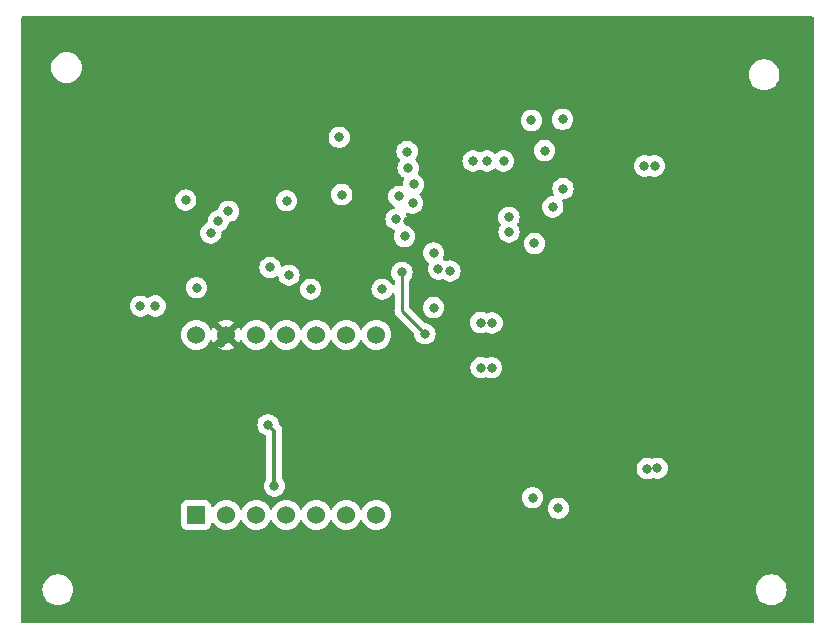
<source format=gbr>
%TF.GenerationSoftware,KiCad,Pcbnew,7.0.8*%
%TF.CreationDate,2024-08-03T17:37:37-04:00*%
%TF.ProjectId,wsg1.0,77736731-2e30-42e6-9b69-6361645f7063,rev?*%
%TF.SameCoordinates,Original*%
%TF.FileFunction,Copper,L4,Bot*%
%TF.FilePolarity,Positive*%
%FSLAX46Y46*%
G04 Gerber Fmt 4.6, Leading zero omitted, Abs format (unit mm)*
G04 Created by KiCad (PCBNEW 7.0.8) date 2024-08-03 17:37:37*
%MOMM*%
%LPD*%
G01*
G04 APERTURE LIST*
%TA.AperFunction,ComponentPad*%
%ADD10R,1.530000X1.530000*%
%TD*%
%TA.AperFunction,ComponentPad*%
%ADD11C,1.530000*%
%TD*%
%TA.AperFunction,ViaPad*%
%ADD12C,0.800000*%
%TD*%
%TA.AperFunction,Conductor*%
%ADD13C,0.250000*%
%TD*%
%TA.AperFunction,Conductor*%
%ADD14C,0.350000*%
%TD*%
G04 APERTURE END LIST*
D10*
%TO.P,U2,1,PA02_A0_D0*%
%TO.N,CS-DAC*%
X96680000Y-135427500D03*
D11*
%TO.P,U2,2,PA4_A1_D1*%
%TO.N,DacLoad*%
X99220000Y-135427500D03*
%TO.P,U2,3,PA10_A2_D2*%
%TO.N,Ready*%
X101760000Y-135427500D03*
%TO.P,U2,4,PA11_A3_D3*%
%TO.N,CS-ADC*%
X104300000Y-135427500D03*
%TO.P,U2,5,PA8_A4_D4_SDA*%
%TO.N,3v3*%
X106840000Y-135427500D03*
%TO.P,U2,6,PA9_A5_D5_SCL*%
X109380000Y-135427500D03*
%TO.P,U2,7,PB08_A6_D6_TX*%
X111920000Y-135427500D03*
%TO.P,U2,8,PB09_A7_D7_RX*%
X111920000Y-120187500D03*
%TO.P,U2,9,PA7_A8_D8_SCK*%
%TO.N,SClk*%
X109380000Y-120187500D03*
%TO.P,U2,10,PA5_A9_D9_MISO*%
%TO.N,MISO*%
X106840000Y-120187500D03*
%TO.P,U2,11,PA6_A10_D10_MOSI*%
%TO.N,MOSI*%
X104300000Y-120187500D03*
%TO.P,U2,12,3V3*%
%TO.N,3v3*%
X101760000Y-120187500D03*
%TO.P,U2,13,GND*%
%TO.N,GND1*%
X99220000Y-120187500D03*
%TO.P,U2,14,5V*%
%TO.N,Net-(D8-K)*%
X96680000Y-120187500D03*
%TD*%
D12*
%TO.N,GND*%
X99405000Y-109730000D03*
X98550000Y-110550000D03*
X134630000Y-105885000D03*
X126180000Y-104590000D03*
X97920000Y-111560000D03*
X114540000Y-104680000D03*
X125070000Y-102035000D03*
X126870000Y-109370000D03*
X121740000Y-119185000D03*
X115010000Y-109045000D03*
X114326274Y-111862581D03*
X134870000Y-131510000D03*
X104330000Y-108840000D03*
X93220000Y-117740000D03*
X123157500Y-110225000D03*
X109010000Y-108320000D03*
X127700000Y-101935000D03*
X113610000Y-110395000D03*
X114630000Y-106050000D03*
X91950000Y-117760000D03*
X135490000Y-105885000D03*
X127340000Y-134875000D03*
X120770000Y-119155000D03*
X108795000Y-103465000D03*
X135720000Y-131480000D03*
X127740000Y-107810000D03*
X123167500Y-111475000D03*
X113850000Y-108475000D03*
%TO.N,5.5V*%
X120810000Y-122965000D03*
X115090000Y-107460000D03*
X121300000Y-105470000D03*
X125317500Y-112455000D03*
X96710000Y-116202500D03*
X120130000Y-105460000D03*
X121690000Y-122975000D03*
X125160000Y-133980000D03*
X95800000Y-108780000D03*
X122720000Y-105460000D03*
%TO.N,GND1*%
X97840000Y-114240000D03*
X105500000Y-103465000D03*
X99200000Y-115010000D03*
X123040000Y-116680000D03*
X114594021Y-110570236D03*
X101980000Y-104720000D03*
X98770000Y-120870000D03*
X106310000Y-102120000D03*
X121537500Y-109985000D03*
X120637500Y-108845000D03*
X102750000Y-105840000D03*
X101040000Y-105830000D03*
X107070000Y-103455000D03*
X119947500Y-109985000D03*
X98210000Y-121460000D03*
X99200000Y-113360000D03*
%TO.N,CS-DAC*%
X118173530Y-114795387D03*
%TO.N,SClk*%
X112430000Y-116325000D03*
X117190565Y-114614319D03*
%TO.N,MOSI*%
X106380000Y-116325000D03*
X116784400Y-113265600D03*
%TO.N,DacLoad*%
X116784818Y-117881972D03*
%TO.N,Ready*%
X102770000Y-127800000D03*
X103310000Y-132990000D03*
X102940000Y-114485000D03*
%TO.N,MISO*%
X104540000Y-115140000D03*
%TO.N,CS-ADC*%
X114100000Y-114890000D03*
X116050000Y-120100000D03*
%TD*%
D13*
%TO.N,3v3*%
X101760000Y-120187500D02*
X101760000Y-120510000D01*
%TO.N,CS-DAC*%
X96802500Y-135427500D02*
X96680000Y-135427500D01*
D14*
%TO.N,Ready*%
X103310000Y-128340000D02*
X102770000Y-127800000D01*
X103310000Y-132990000D02*
X103310000Y-128340000D01*
D13*
%TO.N,CS-ADC*%
X116050000Y-120100000D02*
X114100000Y-118150000D01*
X114100000Y-118150000D02*
X114100000Y-114890000D01*
%TD*%
%TA.AperFunction,Conductor*%
%TO.N,GND1*%
G36*
X148902539Y-93240185D02*
G01*
X148948294Y-93292989D01*
X148959500Y-93344500D01*
X148959500Y-144485500D01*
X148939815Y-144552539D01*
X148887011Y-144598294D01*
X148835500Y-144609500D01*
X82004500Y-144609500D01*
X81937461Y-144589815D01*
X81891706Y-144537011D01*
X81880500Y-144485500D01*
X81880500Y-141770001D01*
X83664532Y-141770001D01*
X83684364Y-141996686D01*
X83684366Y-141996697D01*
X83743258Y-142216488D01*
X83743261Y-142216497D01*
X83839431Y-142422732D01*
X83839432Y-142422734D01*
X83969954Y-142609141D01*
X84130858Y-142770045D01*
X84130861Y-142770047D01*
X84317266Y-142900568D01*
X84523504Y-142996739D01*
X84743308Y-143055635D01*
X84913216Y-143070500D01*
X85026784Y-143070500D01*
X85196692Y-143055635D01*
X85416496Y-142996739D01*
X85622734Y-142900568D01*
X85809139Y-142770047D01*
X85970047Y-142609139D01*
X86100568Y-142422734D01*
X86196739Y-142216496D01*
X86255635Y-141996692D01*
X86275468Y-141770001D01*
X144064532Y-141770001D01*
X144084364Y-141996686D01*
X144084366Y-141996697D01*
X144143258Y-142216488D01*
X144143261Y-142216497D01*
X144239431Y-142422732D01*
X144239432Y-142422734D01*
X144369954Y-142609141D01*
X144530858Y-142770045D01*
X144530861Y-142770047D01*
X144717266Y-142900568D01*
X144923504Y-142996739D01*
X145143308Y-143055635D01*
X145313216Y-143070500D01*
X145426784Y-143070500D01*
X145596692Y-143055635D01*
X145816496Y-142996739D01*
X146022734Y-142900568D01*
X146209139Y-142770047D01*
X146370047Y-142609139D01*
X146500568Y-142422734D01*
X146596739Y-142216496D01*
X146655635Y-141996692D01*
X146675468Y-141770000D01*
X146655635Y-141543308D01*
X146596739Y-141323504D01*
X146500568Y-141117266D01*
X146370047Y-140930861D01*
X146370045Y-140930858D01*
X146209141Y-140769954D01*
X146022734Y-140639432D01*
X146022732Y-140639431D01*
X145816497Y-140543261D01*
X145816488Y-140543258D01*
X145596697Y-140484366D01*
X145596687Y-140484364D01*
X145426784Y-140469500D01*
X145313216Y-140469500D01*
X145143312Y-140484364D01*
X145143302Y-140484366D01*
X144923511Y-140543258D01*
X144923502Y-140543261D01*
X144717267Y-140639431D01*
X144717265Y-140639432D01*
X144530858Y-140769954D01*
X144369954Y-140930858D01*
X144239432Y-141117265D01*
X144239431Y-141117267D01*
X144143261Y-141323502D01*
X144143258Y-141323511D01*
X144084366Y-141543302D01*
X144084364Y-141543313D01*
X144064532Y-141769998D01*
X144064532Y-141770001D01*
X86275468Y-141770001D01*
X86275468Y-141770000D01*
X86255635Y-141543308D01*
X86196739Y-141323504D01*
X86100568Y-141117266D01*
X85970047Y-140930861D01*
X85970045Y-140930858D01*
X85809141Y-140769954D01*
X85622734Y-140639432D01*
X85622732Y-140639431D01*
X85416497Y-140543261D01*
X85416488Y-140543258D01*
X85196697Y-140484366D01*
X85196687Y-140484364D01*
X85026784Y-140469500D01*
X84913216Y-140469500D01*
X84743312Y-140484364D01*
X84743302Y-140484366D01*
X84523511Y-140543258D01*
X84523502Y-140543261D01*
X84317267Y-140639431D01*
X84317265Y-140639432D01*
X84130858Y-140769954D01*
X83969954Y-140930858D01*
X83839432Y-141117265D01*
X83839431Y-141117267D01*
X83743261Y-141323502D01*
X83743258Y-141323511D01*
X83684366Y-141543302D01*
X83684364Y-141543313D01*
X83664532Y-141769998D01*
X83664532Y-141770001D01*
X81880500Y-141770001D01*
X81880500Y-136240370D01*
X95414500Y-136240370D01*
X95414501Y-136240376D01*
X95420908Y-136299983D01*
X95471202Y-136434828D01*
X95471206Y-136434835D01*
X95557452Y-136550044D01*
X95557455Y-136550047D01*
X95672664Y-136636293D01*
X95672671Y-136636297D01*
X95807517Y-136686591D01*
X95807516Y-136686591D01*
X95814444Y-136687335D01*
X95867127Y-136693000D01*
X97492872Y-136692999D01*
X97552483Y-136686591D01*
X97687331Y-136636296D01*
X97802546Y-136550046D01*
X97888796Y-136434831D01*
X97939091Y-136299983D01*
X97945500Y-136240373D01*
X97945499Y-136206934D01*
X97965182Y-136139898D01*
X98017984Y-136094142D01*
X98087143Y-136084197D01*
X98150699Y-136113220D01*
X98171073Y-136135811D01*
X98246862Y-136244047D01*
X98246868Y-136244055D01*
X98403445Y-136400632D01*
X98584833Y-136527642D01*
X98705572Y-136583943D01*
X98785513Y-136621220D01*
X98785515Y-136621220D01*
X98785520Y-136621223D01*
X98999409Y-136678535D01*
X99156974Y-136692320D01*
X99219998Y-136697834D01*
X99220000Y-136697834D01*
X99220002Y-136697834D01*
X99275276Y-136692998D01*
X99440591Y-136678535D01*
X99654480Y-136621223D01*
X99855167Y-136527642D01*
X100036555Y-136400632D01*
X100193132Y-136244055D01*
X100320142Y-136062667D01*
X100377618Y-135939407D01*
X100423790Y-135886968D01*
X100490983Y-135867816D01*
X100557864Y-135888031D01*
X100602381Y-135939407D01*
X100659858Y-136062667D01*
X100786868Y-136244055D01*
X100943445Y-136400632D01*
X101124833Y-136527642D01*
X101245572Y-136583943D01*
X101325513Y-136621220D01*
X101325515Y-136621220D01*
X101325520Y-136621223D01*
X101539409Y-136678535D01*
X101696974Y-136692320D01*
X101759998Y-136697834D01*
X101760000Y-136697834D01*
X101760002Y-136697834D01*
X101815276Y-136692998D01*
X101980591Y-136678535D01*
X102194480Y-136621223D01*
X102395167Y-136527642D01*
X102576555Y-136400632D01*
X102733132Y-136244055D01*
X102860142Y-136062667D01*
X102917618Y-135939407D01*
X102963790Y-135886968D01*
X103030983Y-135867816D01*
X103097864Y-135888031D01*
X103142381Y-135939407D01*
X103199858Y-136062667D01*
X103326868Y-136244055D01*
X103483445Y-136400632D01*
X103664833Y-136527642D01*
X103785572Y-136583943D01*
X103865513Y-136621220D01*
X103865515Y-136621220D01*
X103865520Y-136621223D01*
X104079409Y-136678535D01*
X104236974Y-136692320D01*
X104299998Y-136697834D01*
X104300000Y-136697834D01*
X104300002Y-136697834D01*
X104355276Y-136692998D01*
X104520591Y-136678535D01*
X104734480Y-136621223D01*
X104935167Y-136527642D01*
X105116555Y-136400632D01*
X105273132Y-136244055D01*
X105400142Y-136062667D01*
X105457618Y-135939407D01*
X105503790Y-135886968D01*
X105570983Y-135867816D01*
X105637864Y-135888031D01*
X105682381Y-135939407D01*
X105739858Y-136062667D01*
X105866868Y-136244055D01*
X106023445Y-136400632D01*
X106204833Y-136527642D01*
X106325572Y-136583943D01*
X106405513Y-136621220D01*
X106405515Y-136621220D01*
X106405520Y-136621223D01*
X106619409Y-136678535D01*
X106776974Y-136692320D01*
X106839998Y-136697834D01*
X106840000Y-136697834D01*
X106840002Y-136697834D01*
X106895276Y-136692998D01*
X107060591Y-136678535D01*
X107274480Y-136621223D01*
X107475167Y-136527642D01*
X107656555Y-136400632D01*
X107813132Y-136244055D01*
X107940142Y-136062667D01*
X107997618Y-135939407D01*
X108043790Y-135886968D01*
X108110983Y-135867816D01*
X108177864Y-135888031D01*
X108222381Y-135939407D01*
X108279858Y-136062667D01*
X108406868Y-136244055D01*
X108563445Y-136400632D01*
X108744833Y-136527642D01*
X108865572Y-136583943D01*
X108945513Y-136621220D01*
X108945515Y-136621220D01*
X108945520Y-136621223D01*
X109159409Y-136678535D01*
X109316974Y-136692320D01*
X109379998Y-136697834D01*
X109380000Y-136697834D01*
X109380002Y-136697834D01*
X109435276Y-136692998D01*
X109600591Y-136678535D01*
X109814480Y-136621223D01*
X110015167Y-136527642D01*
X110196555Y-136400632D01*
X110353132Y-136244055D01*
X110480142Y-136062667D01*
X110537618Y-135939407D01*
X110583790Y-135886968D01*
X110650983Y-135867816D01*
X110717864Y-135888031D01*
X110762381Y-135939407D01*
X110819858Y-136062667D01*
X110946868Y-136244055D01*
X111103445Y-136400632D01*
X111284833Y-136527642D01*
X111405572Y-136583943D01*
X111485513Y-136621220D01*
X111485515Y-136621220D01*
X111485520Y-136621223D01*
X111699409Y-136678535D01*
X111856974Y-136692320D01*
X111919998Y-136697834D01*
X111920000Y-136697834D01*
X111920002Y-136697834D01*
X111975276Y-136692998D01*
X112140591Y-136678535D01*
X112354480Y-136621223D01*
X112555167Y-136527642D01*
X112736555Y-136400632D01*
X112893132Y-136244055D01*
X113020142Y-136062667D01*
X113113723Y-135861980D01*
X113171035Y-135648091D01*
X113190334Y-135427500D01*
X113188559Y-135407216D01*
X113174217Y-135243284D01*
X113171035Y-135206909D01*
X113113723Y-134993020D01*
X113101574Y-134966967D01*
X113076443Y-134913072D01*
X113020142Y-134792333D01*
X112893132Y-134610945D01*
X112736555Y-134454368D01*
X112555167Y-134327358D01*
X112555163Y-134327356D01*
X112354486Y-134233779D01*
X112354475Y-134233775D01*
X112140592Y-134176465D01*
X112140585Y-134176464D01*
X111920002Y-134157166D01*
X111919998Y-134157166D01*
X111699414Y-134176464D01*
X111699407Y-134176465D01*
X111485524Y-134233775D01*
X111485513Y-134233779D01*
X111284836Y-134327356D01*
X111284834Y-134327357D01*
X111103444Y-134454368D01*
X110946868Y-134610944D01*
X110819857Y-134792334D01*
X110819856Y-134792336D01*
X110762382Y-134915591D01*
X110716210Y-134968031D01*
X110649017Y-134987183D01*
X110582135Y-134966967D01*
X110537618Y-134915591D01*
X110480143Y-134792336D01*
X110480142Y-134792334D01*
X110480142Y-134792333D01*
X110353132Y-134610945D01*
X110196555Y-134454368D01*
X110015167Y-134327358D01*
X110015163Y-134327356D01*
X109814486Y-134233779D01*
X109814475Y-134233775D01*
X109600592Y-134176465D01*
X109600585Y-134176464D01*
X109380002Y-134157166D01*
X109379998Y-134157166D01*
X109159414Y-134176464D01*
X109159407Y-134176465D01*
X108945524Y-134233775D01*
X108945513Y-134233779D01*
X108744836Y-134327356D01*
X108744834Y-134327357D01*
X108563444Y-134454368D01*
X108406868Y-134610944D01*
X108279857Y-134792334D01*
X108279856Y-134792336D01*
X108222382Y-134915591D01*
X108176210Y-134968031D01*
X108109017Y-134987183D01*
X108042135Y-134966967D01*
X107997618Y-134915591D01*
X107940143Y-134792336D01*
X107940142Y-134792334D01*
X107940142Y-134792333D01*
X107813132Y-134610945D01*
X107656555Y-134454368D01*
X107475167Y-134327358D01*
X107475163Y-134327356D01*
X107274486Y-134233779D01*
X107274475Y-134233775D01*
X107060592Y-134176465D01*
X107060585Y-134176464D01*
X106840002Y-134157166D01*
X106839998Y-134157166D01*
X106619414Y-134176464D01*
X106619407Y-134176465D01*
X106405524Y-134233775D01*
X106405513Y-134233779D01*
X106204836Y-134327356D01*
X106204834Y-134327357D01*
X106023444Y-134454368D01*
X105866868Y-134610944D01*
X105739857Y-134792334D01*
X105739856Y-134792336D01*
X105682382Y-134915591D01*
X105636210Y-134968031D01*
X105569017Y-134987183D01*
X105502135Y-134966967D01*
X105457618Y-134915591D01*
X105400143Y-134792336D01*
X105400142Y-134792334D01*
X105400142Y-134792333D01*
X105273132Y-134610945D01*
X105116555Y-134454368D01*
X104935167Y-134327358D01*
X104935163Y-134327356D01*
X104734486Y-134233779D01*
X104734475Y-134233775D01*
X104520592Y-134176465D01*
X104520585Y-134176464D01*
X104300002Y-134157166D01*
X104299998Y-134157166D01*
X104079414Y-134176464D01*
X104079407Y-134176465D01*
X103865524Y-134233775D01*
X103865513Y-134233779D01*
X103664836Y-134327356D01*
X103664834Y-134327357D01*
X103483444Y-134454368D01*
X103326868Y-134610944D01*
X103199857Y-134792334D01*
X103199856Y-134792336D01*
X103142382Y-134915591D01*
X103096210Y-134968031D01*
X103029017Y-134987183D01*
X102962135Y-134966967D01*
X102917618Y-134915591D01*
X102860143Y-134792336D01*
X102860142Y-134792334D01*
X102860142Y-134792333D01*
X102733132Y-134610945D01*
X102576555Y-134454368D01*
X102395167Y-134327358D01*
X102395163Y-134327356D01*
X102194486Y-134233779D01*
X102194475Y-134233775D01*
X101980592Y-134176465D01*
X101980585Y-134176464D01*
X101760002Y-134157166D01*
X101759998Y-134157166D01*
X101539414Y-134176464D01*
X101539407Y-134176465D01*
X101325524Y-134233775D01*
X101325513Y-134233779D01*
X101124836Y-134327356D01*
X101124834Y-134327357D01*
X100943444Y-134454368D01*
X100786868Y-134610944D01*
X100659857Y-134792334D01*
X100659856Y-134792336D01*
X100602382Y-134915591D01*
X100556210Y-134968031D01*
X100489017Y-134987183D01*
X100422135Y-134966967D01*
X100377618Y-134915591D01*
X100320143Y-134792336D01*
X100320142Y-134792334D01*
X100320142Y-134792333D01*
X100193132Y-134610945D01*
X100036555Y-134454368D01*
X99855167Y-134327358D01*
X99855163Y-134327356D01*
X99654486Y-134233779D01*
X99654475Y-134233775D01*
X99440592Y-134176465D01*
X99440585Y-134176464D01*
X99220002Y-134157166D01*
X99219998Y-134157166D01*
X98999414Y-134176464D01*
X98999407Y-134176465D01*
X98785524Y-134233775D01*
X98785513Y-134233779D01*
X98584836Y-134327356D01*
X98584834Y-134327357D01*
X98403444Y-134454368D01*
X98246868Y-134610944D01*
X98244288Y-134614629D01*
X98193796Y-134686740D01*
X98171074Y-134719190D01*
X98116497Y-134762815D01*
X98046998Y-134770007D01*
X97984644Y-134738485D01*
X97949230Y-134678255D01*
X97945499Y-134648066D01*
X97945499Y-134614629D01*
X97945498Y-134614623D01*
X97945497Y-134614616D01*
X97939091Y-134555017D01*
X97923127Y-134512216D01*
X97888797Y-134420171D01*
X97888793Y-134420164D01*
X97802547Y-134304955D01*
X97802544Y-134304952D01*
X97687335Y-134218706D01*
X97687328Y-134218702D01*
X97552482Y-134168408D01*
X97552483Y-134168408D01*
X97492883Y-134162001D01*
X97492881Y-134162000D01*
X97492873Y-134162000D01*
X97492864Y-134162000D01*
X95867129Y-134162000D01*
X95867123Y-134162001D01*
X95807516Y-134168408D01*
X95672671Y-134218702D01*
X95672664Y-134218706D01*
X95557455Y-134304952D01*
X95557452Y-134304955D01*
X95471206Y-134420164D01*
X95471202Y-134420171D01*
X95420908Y-134555017D01*
X95414896Y-134610944D01*
X95414501Y-134614623D01*
X95414500Y-134614635D01*
X95414500Y-136240370D01*
X81880500Y-136240370D01*
X81880500Y-133980000D01*
X124254540Y-133980000D01*
X124274326Y-134168256D01*
X124274327Y-134168259D01*
X124332818Y-134348277D01*
X124332821Y-134348284D01*
X124427467Y-134512216D01*
X124519686Y-134614635D01*
X124554129Y-134652888D01*
X124707265Y-134764148D01*
X124707270Y-134764151D01*
X124880192Y-134841142D01*
X124880197Y-134841144D01*
X125065354Y-134880500D01*
X125065355Y-134880500D01*
X125254644Y-134880500D01*
X125254646Y-134880500D01*
X125280522Y-134875000D01*
X126434540Y-134875000D01*
X126454326Y-135063256D01*
X126454327Y-135063259D01*
X126512818Y-135243277D01*
X126512821Y-135243284D01*
X126607467Y-135407216D01*
X126625732Y-135427501D01*
X126734129Y-135547888D01*
X126887265Y-135659148D01*
X126887270Y-135659151D01*
X127060192Y-135736142D01*
X127060197Y-135736144D01*
X127245354Y-135775500D01*
X127245355Y-135775500D01*
X127434644Y-135775500D01*
X127434646Y-135775500D01*
X127619803Y-135736144D01*
X127792730Y-135659151D01*
X127945871Y-135547888D01*
X128072533Y-135407216D01*
X128167179Y-135243284D01*
X128225674Y-135063256D01*
X128245460Y-134875000D01*
X128225674Y-134686744D01*
X128167179Y-134506716D01*
X128072533Y-134342784D01*
X127945871Y-134202112D01*
X127910571Y-134176465D01*
X127792734Y-134090851D01*
X127792729Y-134090848D01*
X127619807Y-134013857D01*
X127619802Y-134013855D01*
X127474001Y-133982865D01*
X127434646Y-133974500D01*
X127245354Y-133974500D01*
X127212897Y-133981398D01*
X127060197Y-134013855D01*
X127060192Y-134013857D01*
X126887270Y-134090848D01*
X126887265Y-134090851D01*
X126734129Y-134202111D01*
X126607466Y-134342785D01*
X126512821Y-134506715D01*
X126512818Y-134506722D01*
X126457084Y-134678255D01*
X126454326Y-134686744D01*
X126434540Y-134875000D01*
X125280522Y-134875000D01*
X125439803Y-134841144D01*
X125612730Y-134764151D01*
X125765871Y-134652888D01*
X125892533Y-134512216D01*
X125987179Y-134348284D01*
X126045674Y-134168256D01*
X126065460Y-133980000D01*
X126045674Y-133791744D01*
X125987179Y-133611716D01*
X125892533Y-133447784D01*
X125765871Y-133307112D01*
X125765870Y-133307111D01*
X125612734Y-133195851D01*
X125612729Y-133195848D01*
X125439807Y-133118857D01*
X125439802Y-133118855D01*
X125294001Y-133087865D01*
X125254646Y-133079500D01*
X125065354Y-133079500D01*
X125032897Y-133086398D01*
X124880197Y-133118855D01*
X124880192Y-133118857D01*
X124707270Y-133195848D01*
X124707265Y-133195851D01*
X124554129Y-133307111D01*
X124427466Y-133447785D01*
X124332821Y-133611715D01*
X124332818Y-133611722D01*
X124280043Y-133774148D01*
X124274326Y-133791744D01*
X124254540Y-133980000D01*
X81880500Y-133980000D01*
X81880500Y-127800000D01*
X101864540Y-127800000D01*
X101884326Y-127988256D01*
X101884327Y-127988259D01*
X101942818Y-128168277D01*
X101942821Y-128168284D01*
X102037467Y-128332216D01*
X102164129Y-128472888D01*
X102317265Y-128584148D01*
X102317270Y-128584151D01*
X102490197Y-128661144D01*
X102536283Y-128670939D01*
X102597762Y-128704131D01*
X102631539Y-128765293D01*
X102634500Y-128792229D01*
X102634500Y-132346842D01*
X102614815Y-132413881D01*
X102602650Y-132429814D01*
X102577470Y-132457778D01*
X102577465Y-132457785D01*
X102482821Y-132621715D01*
X102482818Y-132621722D01*
X102424327Y-132801740D01*
X102424326Y-132801744D01*
X102404540Y-132990000D01*
X102424326Y-133178256D01*
X102424327Y-133178259D01*
X102482818Y-133358277D01*
X102482821Y-133358284D01*
X102577467Y-133522216D01*
X102658059Y-133611722D01*
X102704129Y-133662888D01*
X102857265Y-133774148D01*
X102857270Y-133774151D01*
X103030192Y-133851142D01*
X103030197Y-133851144D01*
X103215354Y-133890500D01*
X103215355Y-133890500D01*
X103404644Y-133890500D01*
X103404646Y-133890500D01*
X103589803Y-133851144D01*
X103762730Y-133774151D01*
X103915871Y-133662888D01*
X104042533Y-133522216D01*
X104137179Y-133358284D01*
X104195674Y-133178256D01*
X104215460Y-132990000D01*
X104195674Y-132801744D01*
X104137179Y-132621716D01*
X104042533Y-132457784D01*
X104042529Y-132457778D01*
X104017350Y-132429814D01*
X103987120Y-132366822D01*
X103985500Y-132346842D01*
X103985500Y-131510000D01*
X133964540Y-131510000D01*
X133984326Y-131698256D01*
X133984327Y-131698259D01*
X134042818Y-131878277D01*
X134042821Y-131878284D01*
X134137467Y-132042216D01*
X134237117Y-132152888D01*
X134264129Y-132182888D01*
X134417265Y-132294148D01*
X134417270Y-132294151D01*
X134590192Y-132371142D01*
X134590197Y-132371144D01*
X134775354Y-132410500D01*
X134775355Y-132410500D01*
X134964644Y-132410500D01*
X134964646Y-132410500D01*
X135149803Y-132371144D01*
X135278255Y-132313952D01*
X135347502Y-132304667D01*
X135379125Y-132313953D01*
X135419218Y-132331803D01*
X135440197Y-132341144D01*
X135625354Y-132380500D01*
X135625355Y-132380500D01*
X135814644Y-132380500D01*
X135814646Y-132380500D01*
X135999803Y-132341144D01*
X136172730Y-132264151D01*
X136325871Y-132152888D01*
X136452533Y-132012216D01*
X136547179Y-131848284D01*
X136605674Y-131668256D01*
X136625460Y-131480000D01*
X136605674Y-131291744D01*
X136547179Y-131111716D01*
X136452533Y-130947784D01*
X136325871Y-130807112D01*
X136325870Y-130807111D01*
X136172734Y-130695851D01*
X136172729Y-130695848D01*
X135999807Y-130618857D01*
X135999802Y-130618855D01*
X135854001Y-130587865D01*
X135814646Y-130579500D01*
X135625354Y-130579500D01*
X135592897Y-130586398D01*
X135440197Y-130618855D01*
X135440192Y-130618857D01*
X135311747Y-130676046D01*
X135242497Y-130685331D01*
X135210876Y-130676047D01*
X135149804Y-130648856D01*
X135149802Y-130648855D01*
X135004001Y-130617865D01*
X134964646Y-130609500D01*
X134775354Y-130609500D01*
X134742897Y-130616398D01*
X134590197Y-130648855D01*
X134590192Y-130648857D01*
X134417270Y-130725848D01*
X134417265Y-130725851D01*
X134264129Y-130837111D01*
X134137466Y-130977785D01*
X134042821Y-131141715D01*
X134042818Y-131141722D01*
X133984327Y-131321740D01*
X133984326Y-131321744D01*
X133964540Y-131510000D01*
X103985500Y-131510000D01*
X103985500Y-128362277D01*
X103985613Y-128358533D01*
X103989219Y-128298915D01*
X103978453Y-128240168D01*
X103977889Y-128236463D01*
X103970688Y-128177157D01*
X103970688Y-128177155D01*
X103967363Y-128168389D01*
X103961338Y-128146776D01*
X103959650Y-128137561D01*
X103935126Y-128083070D01*
X103933703Y-128079634D01*
X103912518Y-128023774D01*
X103907198Y-128016066D01*
X103896171Y-127996515D01*
X103892327Y-127987974D01*
X103892326Y-127987973D01*
X103892326Y-127987972D01*
X103855465Y-127940923D01*
X103853258Y-127937922D01*
X103819332Y-127888771D01*
X103819328Y-127888767D01*
X103819327Y-127888766D01*
X103774632Y-127849170D01*
X103771920Y-127846618D01*
X103700656Y-127775354D01*
X103667171Y-127714031D01*
X103665016Y-127700635D01*
X103655674Y-127611744D01*
X103597179Y-127431716D01*
X103502533Y-127267784D01*
X103375871Y-127127112D01*
X103375870Y-127127111D01*
X103222734Y-127015851D01*
X103222729Y-127015848D01*
X103049807Y-126938857D01*
X103049802Y-126938855D01*
X102904001Y-126907865D01*
X102864646Y-126899500D01*
X102675354Y-126899500D01*
X102642897Y-126906398D01*
X102490197Y-126938855D01*
X102490192Y-126938857D01*
X102317270Y-127015848D01*
X102317265Y-127015851D01*
X102164129Y-127127111D01*
X102037466Y-127267785D01*
X101942821Y-127431715D01*
X101942818Y-127431722D01*
X101884327Y-127611740D01*
X101884326Y-127611744D01*
X101864540Y-127800000D01*
X81880500Y-127800000D01*
X81880500Y-122965000D01*
X119904540Y-122965000D01*
X119924326Y-123153256D01*
X119924327Y-123153259D01*
X119982818Y-123333277D01*
X119982821Y-123333284D01*
X120077467Y-123497216D01*
X120204129Y-123637888D01*
X120357265Y-123749148D01*
X120357270Y-123749151D01*
X120530192Y-123826142D01*
X120530197Y-123826144D01*
X120715354Y-123865500D01*
X120715355Y-123865500D01*
X120904644Y-123865500D01*
X120904646Y-123865500D01*
X121089803Y-123826144D01*
X121188334Y-123782273D01*
X121257582Y-123772988D01*
X121289203Y-123782273D01*
X121410197Y-123836144D01*
X121595354Y-123875500D01*
X121595355Y-123875500D01*
X121784644Y-123875500D01*
X121784646Y-123875500D01*
X121969803Y-123836144D01*
X122142730Y-123759151D01*
X122295871Y-123647888D01*
X122422533Y-123507216D01*
X122517179Y-123343284D01*
X122575674Y-123163256D01*
X122595460Y-122975000D01*
X122575674Y-122786744D01*
X122517179Y-122606716D01*
X122422533Y-122442784D01*
X122295871Y-122302112D01*
X122295870Y-122302111D01*
X122142734Y-122190851D01*
X122142729Y-122190848D01*
X121969807Y-122113857D01*
X121969802Y-122113855D01*
X121824001Y-122082865D01*
X121784646Y-122074500D01*
X121595354Y-122074500D01*
X121562897Y-122081398D01*
X121410197Y-122113855D01*
X121410192Y-122113857D01*
X121311665Y-122157725D01*
X121242415Y-122167010D01*
X121210794Y-122157725D01*
X121161687Y-122135861D01*
X121089806Y-122103857D01*
X121089802Y-122103855D01*
X120944001Y-122072865D01*
X120904646Y-122064500D01*
X120715354Y-122064500D01*
X120682897Y-122071398D01*
X120530197Y-122103855D01*
X120530192Y-122103857D01*
X120357270Y-122180848D01*
X120357265Y-122180851D01*
X120204129Y-122292111D01*
X120077466Y-122432785D01*
X119982821Y-122596715D01*
X119982818Y-122596722D01*
X119924327Y-122776740D01*
X119924326Y-122776744D01*
X119904540Y-122965000D01*
X81880500Y-122965000D01*
X81880500Y-120187501D01*
X95409666Y-120187501D01*
X95428964Y-120408085D01*
X95428965Y-120408092D01*
X95486275Y-120621975D01*
X95486279Y-120621986D01*
X95556646Y-120772888D01*
X95579858Y-120822667D01*
X95706868Y-121004055D01*
X95863445Y-121160632D01*
X96044833Y-121287642D01*
X96165572Y-121343943D01*
X96245513Y-121381220D01*
X96245515Y-121381220D01*
X96245520Y-121381223D01*
X96459409Y-121438535D01*
X96616974Y-121452320D01*
X96679998Y-121457834D01*
X96680000Y-121457834D01*
X96680002Y-121457834D01*
X96735147Y-121453009D01*
X96900591Y-121438535D01*
X97114480Y-121381223D01*
X97315167Y-121287642D01*
X97496555Y-121160632D01*
X97653132Y-121004055D01*
X97780142Y-120822667D01*
X97837895Y-120698812D01*
X97884064Y-120646378D01*
X97951258Y-120627225D01*
X98018139Y-120647440D01*
X98062657Y-120698816D01*
X98120295Y-120822419D01*
X98166103Y-120887841D01*
X98166105Y-120887842D01*
X98728866Y-120325080D01*
X98751318Y-120401540D01*
X98830605Y-120524913D01*
X98941438Y-120620951D01*
X99074839Y-120681873D01*
X99078633Y-120682418D01*
X98519656Y-121241394D01*
X98585083Y-121287206D01*
X98585085Y-121287207D01*
X98785690Y-121380750D01*
X98785699Y-121380754D01*
X98999490Y-121438038D01*
X98999500Y-121438040D01*
X99219999Y-121457332D01*
X99220001Y-121457332D01*
X99440499Y-121438040D01*
X99440509Y-121438038D01*
X99654300Y-121380754D01*
X99654309Y-121380750D01*
X99854915Y-121287206D01*
X99920342Y-121241394D01*
X99361366Y-120682418D01*
X99365161Y-120681873D01*
X99498562Y-120620951D01*
X99609395Y-120524913D01*
X99688682Y-120401540D01*
X99711133Y-120325080D01*
X100273894Y-120887842D01*
X100319707Y-120822414D01*
X100319708Y-120822412D01*
X100377342Y-120698817D01*
X100423514Y-120646377D01*
X100490707Y-120627225D01*
X100557589Y-120647441D01*
X100602106Y-120698817D01*
X100659858Y-120822667D01*
X100786868Y-121004055D01*
X100943445Y-121160632D01*
X101124833Y-121287642D01*
X101245572Y-121343943D01*
X101325513Y-121381220D01*
X101325515Y-121381220D01*
X101325520Y-121381223D01*
X101539409Y-121438535D01*
X101696974Y-121452320D01*
X101759998Y-121457834D01*
X101760000Y-121457834D01*
X101760002Y-121457834D01*
X101815147Y-121453009D01*
X101980591Y-121438535D01*
X102194480Y-121381223D01*
X102395167Y-121287642D01*
X102576555Y-121160632D01*
X102733132Y-121004055D01*
X102860142Y-120822667D01*
X102917618Y-120699407D01*
X102963790Y-120646968D01*
X103030983Y-120627816D01*
X103097864Y-120648031D01*
X103142381Y-120699407D01*
X103199858Y-120822667D01*
X103326868Y-121004055D01*
X103483445Y-121160632D01*
X103664833Y-121287642D01*
X103785572Y-121343943D01*
X103865513Y-121381220D01*
X103865515Y-121381220D01*
X103865520Y-121381223D01*
X104079409Y-121438535D01*
X104236974Y-121452320D01*
X104299998Y-121457834D01*
X104300000Y-121457834D01*
X104300002Y-121457834D01*
X104355147Y-121453009D01*
X104520591Y-121438535D01*
X104734480Y-121381223D01*
X104935167Y-121287642D01*
X105116555Y-121160632D01*
X105273132Y-121004055D01*
X105400142Y-120822667D01*
X105457618Y-120699407D01*
X105503790Y-120646968D01*
X105570983Y-120627816D01*
X105637864Y-120648031D01*
X105682381Y-120699407D01*
X105739858Y-120822667D01*
X105866868Y-121004055D01*
X106023445Y-121160632D01*
X106204833Y-121287642D01*
X106325572Y-121343943D01*
X106405513Y-121381220D01*
X106405515Y-121381220D01*
X106405520Y-121381223D01*
X106619409Y-121438535D01*
X106776974Y-121452320D01*
X106839998Y-121457834D01*
X106840000Y-121457834D01*
X106840002Y-121457834D01*
X106895147Y-121453009D01*
X107060591Y-121438535D01*
X107274480Y-121381223D01*
X107475167Y-121287642D01*
X107656555Y-121160632D01*
X107813132Y-121004055D01*
X107940142Y-120822667D01*
X107997618Y-120699407D01*
X108043790Y-120646968D01*
X108110983Y-120627816D01*
X108177864Y-120648031D01*
X108222381Y-120699407D01*
X108279858Y-120822667D01*
X108406868Y-121004055D01*
X108563445Y-121160632D01*
X108744833Y-121287642D01*
X108865572Y-121343943D01*
X108945513Y-121381220D01*
X108945515Y-121381220D01*
X108945520Y-121381223D01*
X109159409Y-121438535D01*
X109316974Y-121452320D01*
X109379998Y-121457834D01*
X109380000Y-121457834D01*
X109380002Y-121457834D01*
X109435147Y-121453009D01*
X109600591Y-121438535D01*
X109814480Y-121381223D01*
X110015167Y-121287642D01*
X110196555Y-121160632D01*
X110353132Y-121004055D01*
X110480142Y-120822667D01*
X110537618Y-120699407D01*
X110583790Y-120646968D01*
X110650983Y-120627816D01*
X110717864Y-120648031D01*
X110762381Y-120699407D01*
X110819858Y-120822667D01*
X110946868Y-121004055D01*
X111103445Y-121160632D01*
X111284833Y-121287642D01*
X111405572Y-121343943D01*
X111485513Y-121381220D01*
X111485515Y-121381220D01*
X111485520Y-121381223D01*
X111699409Y-121438535D01*
X111856974Y-121452320D01*
X111919998Y-121457834D01*
X111920000Y-121457834D01*
X111920002Y-121457834D01*
X111975147Y-121453009D01*
X112140591Y-121438535D01*
X112354480Y-121381223D01*
X112555167Y-121287642D01*
X112736555Y-121160632D01*
X112893132Y-121004055D01*
X113020142Y-120822667D01*
X113113723Y-120621980D01*
X113171035Y-120408091D01*
X113190334Y-120187500D01*
X113171035Y-119966909D01*
X113113723Y-119753020D01*
X113103788Y-119731715D01*
X113020582Y-119553277D01*
X113020142Y-119552333D01*
X112893132Y-119370945D01*
X112736555Y-119214368D01*
X112555167Y-119087358D01*
X112555163Y-119087356D01*
X112354486Y-118993779D01*
X112354475Y-118993775D01*
X112140592Y-118936465D01*
X112140585Y-118936464D01*
X111920002Y-118917166D01*
X111919998Y-118917166D01*
X111699414Y-118936464D01*
X111699407Y-118936465D01*
X111485524Y-118993775D01*
X111485513Y-118993779D01*
X111284836Y-119087356D01*
X111284834Y-119087357D01*
X111103444Y-119214368D01*
X110946868Y-119370944D01*
X110819857Y-119552334D01*
X110819856Y-119552336D01*
X110762382Y-119675591D01*
X110716210Y-119728031D01*
X110649017Y-119747183D01*
X110582135Y-119726967D01*
X110537618Y-119675591D01*
X110480582Y-119553277D01*
X110480142Y-119552333D01*
X110353132Y-119370945D01*
X110196555Y-119214368D01*
X110015167Y-119087358D01*
X110015163Y-119087356D01*
X109814486Y-118993779D01*
X109814475Y-118993775D01*
X109600592Y-118936465D01*
X109600585Y-118936464D01*
X109380002Y-118917166D01*
X109379998Y-118917166D01*
X109159414Y-118936464D01*
X109159407Y-118936465D01*
X108945524Y-118993775D01*
X108945513Y-118993779D01*
X108744836Y-119087356D01*
X108744834Y-119087357D01*
X108563444Y-119214368D01*
X108406868Y-119370944D01*
X108279857Y-119552334D01*
X108279856Y-119552336D01*
X108222382Y-119675591D01*
X108176210Y-119728031D01*
X108109017Y-119747183D01*
X108042135Y-119726967D01*
X107997618Y-119675591D01*
X107940582Y-119553277D01*
X107940142Y-119552333D01*
X107813132Y-119370945D01*
X107656555Y-119214368D01*
X107475167Y-119087358D01*
X107475163Y-119087356D01*
X107274486Y-118993779D01*
X107274475Y-118993775D01*
X107060592Y-118936465D01*
X107060585Y-118936464D01*
X106840002Y-118917166D01*
X106839998Y-118917166D01*
X106619414Y-118936464D01*
X106619407Y-118936465D01*
X106405524Y-118993775D01*
X106405513Y-118993779D01*
X106204836Y-119087356D01*
X106204834Y-119087357D01*
X106023444Y-119214368D01*
X105866868Y-119370944D01*
X105739857Y-119552334D01*
X105739856Y-119552336D01*
X105682382Y-119675591D01*
X105636210Y-119728031D01*
X105569017Y-119747183D01*
X105502135Y-119726967D01*
X105457618Y-119675591D01*
X105400582Y-119553277D01*
X105400142Y-119552333D01*
X105273132Y-119370945D01*
X105116555Y-119214368D01*
X104935167Y-119087358D01*
X104935163Y-119087356D01*
X104734486Y-118993779D01*
X104734475Y-118993775D01*
X104520592Y-118936465D01*
X104520585Y-118936464D01*
X104300002Y-118917166D01*
X104299998Y-118917166D01*
X104079414Y-118936464D01*
X104079407Y-118936465D01*
X103865524Y-118993775D01*
X103865513Y-118993779D01*
X103664836Y-119087356D01*
X103664834Y-119087357D01*
X103483444Y-119214368D01*
X103326868Y-119370944D01*
X103199857Y-119552334D01*
X103199856Y-119552336D01*
X103142382Y-119675591D01*
X103096210Y-119728031D01*
X103029017Y-119747183D01*
X102962135Y-119726967D01*
X102917618Y-119675591D01*
X102860582Y-119553277D01*
X102860142Y-119552333D01*
X102733132Y-119370945D01*
X102576555Y-119214368D01*
X102395167Y-119087358D01*
X102395163Y-119087356D01*
X102194486Y-118993779D01*
X102194475Y-118993775D01*
X101980592Y-118936465D01*
X101980585Y-118936464D01*
X101760002Y-118917166D01*
X101759998Y-118917166D01*
X101539414Y-118936464D01*
X101539407Y-118936465D01*
X101325524Y-118993775D01*
X101325513Y-118993779D01*
X101124836Y-119087356D01*
X101124834Y-119087357D01*
X100943444Y-119214368D01*
X100786868Y-119370944D01*
X100659857Y-119552333D01*
X100602106Y-119676183D01*
X100555934Y-119728622D01*
X100488740Y-119747774D01*
X100421859Y-119727558D01*
X100377342Y-119676183D01*
X100319707Y-119552585D01*
X100319706Y-119552583D01*
X100273894Y-119487157D01*
X100273894Y-119487156D01*
X99711132Y-120049918D01*
X99688682Y-119973460D01*
X99609395Y-119850087D01*
X99498562Y-119754049D01*
X99365161Y-119693127D01*
X99361366Y-119692581D01*
X99920342Y-119133605D01*
X99920341Y-119133603D01*
X99854919Y-119087795D01*
X99654309Y-118994249D01*
X99654300Y-118994245D01*
X99440509Y-118936961D01*
X99440499Y-118936959D01*
X99220001Y-118917668D01*
X99219999Y-118917668D01*
X98999500Y-118936959D01*
X98999490Y-118936961D01*
X98785699Y-118994245D01*
X98785690Y-118994249D01*
X98585084Y-119087793D01*
X98519657Y-119133604D01*
X99078634Y-119692581D01*
X99074839Y-119693127D01*
X98941438Y-119754049D01*
X98830605Y-119850087D01*
X98751318Y-119973460D01*
X98728866Y-120049919D01*
X98166104Y-119487157D01*
X98120293Y-119552584D01*
X98062657Y-119676183D01*
X98016484Y-119728622D01*
X97949290Y-119747774D01*
X97882409Y-119727558D01*
X97837893Y-119676182D01*
X97780142Y-119552333D01*
X97653132Y-119370945D01*
X97496555Y-119214368D01*
X97315167Y-119087358D01*
X97315163Y-119087356D01*
X97114486Y-118993779D01*
X97114475Y-118993775D01*
X96900592Y-118936465D01*
X96900585Y-118936464D01*
X96680002Y-118917166D01*
X96679998Y-118917166D01*
X96459414Y-118936464D01*
X96459407Y-118936465D01*
X96245524Y-118993775D01*
X96245513Y-118993779D01*
X96044836Y-119087356D01*
X96044834Y-119087357D01*
X95863444Y-119214368D01*
X95706868Y-119370944D01*
X95579857Y-119552334D01*
X95579856Y-119552336D01*
X95486279Y-119753013D01*
X95486275Y-119753024D01*
X95428965Y-119966907D01*
X95428964Y-119966914D01*
X95409666Y-120187498D01*
X95409666Y-120187501D01*
X81880500Y-120187501D01*
X81880500Y-117760000D01*
X91044540Y-117760000D01*
X91064326Y-117948256D01*
X91064327Y-117948259D01*
X91122818Y-118128277D01*
X91122821Y-118128284D01*
X91217467Y-118292216D01*
X91330394Y-118417634D01*
X91344129Y-118432888D01*
X91497265Y-118544148D01*
X91497270Y-118544151D01*
X91670192Y-118621142D01*
X91670197Y-118621144D01*
X91855354Y-118660500D01*
X91855355Y-118660500D01*
X92044644Y-118660500D01*
X92044646Y-118660500D01*
X92229803Y-118621144D01*
X92402730Y-118544151D01*
X92525881Y-118454676D01*
X92591683Y-118431198D01*
X92659737Y-118447023D01*
X92671648Y-118454678D01*
X92767265Y-118524148D01*
X92767270Y-118524151D01*
X92940192Y-118601142D01*
X92940197Y-118601144D01*
X93125354Y-118640500D01*
X93125355Y-118640500D01*
X93314644Y-118640500D01*
X93314646Y-118640500D01*
X93499803Y-118601144D01*
X93672730Y-118524151D01*
X93825871Y-118412888D01*
X93952533Y-118272216D01*
X94047179Y-118108284D01*
X94105674Y-117928256D01*
X94125460Y-117740000D01*
X94105674Y-117551744D01*
X94047179Y-117371716D01*
X93952533Y-117207784D01*
X93825871Y-117067112D01*
X93806413Y-117052975D01*
X93672734Y-116955851D01*
X93672729Y-116955848D01*
X93499807Y-116878857D01*
X93499802Y-116878855D01*
X93354001Y-116847865D01*
X93314646Y-116839500D01*
X93125354Y-116839500D01*
X93092897Y-116846398D01*
X92940197Y-116878855D01*
X92940192Y-116878857D01*
X92767270Y-116955848D01*
X92767265Y-116955851D01*
X92644121Y-117045321D01*
X92578315Y-117068801D01*
X92510261Y-117052975D01*
X92498351Y-117045321D01*
X92402734Y-116975851D01*
X92402729Y-116975848D01*
X92229807Y-116898857D01*
X92229802Y-116898855D01*
X92084001Y-116867865D01*
X92044646Y-116859500D01*
X91855354Y-116859500D01*
X91822897Y-116866398D01*
X91670197Y-116898855D01*
X91670192Y-116898857D01*
X91497270Y-116975848D01*
X91497265Y-116975851D01*
X91344129Y-117087111D01*
X91217466Y-117227785D01*
X91122821Y-117391715D01*
X91122818Y-117391722D01*
X91070824Y-117551744D01*
X91064326Y-117571744D01*
X91044540Y-117760000D01*
X81880500Y-117760000D01*
X81880500Y-116202500D01*
X95804540Y-116202500D01*
X95824326Y-116390756D01*
X95824327Y-116390759D01*
X95882818Y-116570777D01*
X95882821Y-116570784D01*
X95977467Y-116734716D01*
X96071815Y-116839500D01*
X96104129Y-116875388D01*
X96257265Y-116986648D01*
X96257270Y-116986651D01*
X96430192Y-117063642D01*
X96430197Y-117063644D01*
X96615354Y-117103000D01*
X96615355Y-117103000D01*
X96804644Y-117103000D01*
X96804646Y-117103000D01*
X96989803Y-117063644D01*
X97162730Y-116986651D01*
X97315871Y-116875388D01*
X97442533Y-116734716D01*
X97537179Y-116570784D01*
X97595674Y-116390756D01*
X97602585Y-116325000D01*
X105474540Y-116325000D01*
X105494326Y-116513256D01*
X105494327Y-116513259D01*
X105552818Y-116693277D01*
X105552821Y-116693284D01*
X105647467Y-116857216D01*
X105684960Y-116898856D01*
X105774129Y-116997888D01*
X105927265Y-117109148D01*
X105927270Y-117109151D01*
X106100192Y-117186142D01*
X106100197Y-117186144D01*
X106285354Y-117225500D01*
X106285355Y-117225500D01*
X106474644Y-117225500D01*
X106474646Y-117225500D01*
X106659803Y-117186144D01*
X106832730Y-117109151D01*
X106985871Y-116997888D01*
X107112533Y-116857216D01*
X107207179Y-116693284D01*
X107265674Y-116513256D01*
X107285460Y-116325000D01*
X111524540Y-116325000D01*
X111544326Y-116513256D01*
X111544327Y-116513259D01*
X111602818Y-116693277D01*
X111602821Y-116693284D01*
X111697467Y-116857216D01*
X111734960Y-116898856D01*
X111824129Y-116997888D01*
X111977265Y-117109148D01*
X111977270Y-117109151D01*
X112150192Y-117186142D01*
X112150197Y-117186144D01*
X112335354Y-117225500D01*
X112335355Y-117225500D01*
X112524644Y-117225500D01*
X112524646Y-117225500D01*
X112709803Y-117186144D01*
X112882730Y-117109151D01*
X113035871Y-116997888D01*
X113162533Y-116857216D01*
X113243114Y-116717644D01*
X113293679Y-116669431D01*
X113362286Y-116656207D01*
X113427151Y-116682175D01*
X113467680Y-116739089D01*
X113474500Y-116779646D01*
X113474500Y-118067255D01*
X113472775Y-118082872D01*
X113473061Y-118082899D01*
X113472326Y-118090665D01*
X113474500Y-118159814D01*
X113474500Y-118189343D01*
X113474501Y-118189360D01*
X113475368Y-118196231D01*
X113475826Y-118202050D01*
X113477290Y-118248624D01*
X113477291Y-118248627D01*
X113482880Y-118267867D01*
X113486824Y-118286911D01*
X113489336Y-118306792D01*
X113506490Y-118350119D01*
X113508382Y-118355647D01*
X113517664Y-118387596D01*
X113521382Y-118400390D01*
X113521653Y-118400849D01*
X113531580Y-118417634D01*
X113540138Y-118435103D01*
X113547514Y-118453732D01*
X113574898Y-118491423D01*
X113578106Y-118496307D01*
X113601827Y-118536416D01*
X113601833Y-118536424D01*
X113615990Y-118550580D01*
X113628628Y-118565376D01*
X113640405Y-118581586D01*
X113640406Y-118581587D01*
X113676309Y-118611288D01*
X113680620Y-118615210D01*
X114758536Y-119693127D01*
X115111038Y-120045629D01*
X115144523Y-120106952D01*
X115146678Y-120120348D01*
X115154968Y-120199227D01*
X115164326Y-120288256D01*
X115164327Y-120288259D01*
X115222818Y-120468277D01*
X115222821Y-120468284D01*
X115317467Y-120632216D01*
X115444129Y-120772888D01*
X115597265Y-120884148D01*
X115597270Y-120884151D01*
X115770192Y-120961142D01*
X115770197Y-120961144D01*
X115955354Y-121000500D01*
X115955355Y-121000500D01*
X116144644Y-121000500D01*
X116144646Y-121000500D01*
X116329803Y-120961144D01*
X116502730Y-120884151D01*
X116655871Y-120772888D01*
X116782533Y-120632216D01*
X116877179Y-120468284D01*
X116935674Y-120288256D01*
X116955460Y-120100000D01*
X116935674Y-119911744D01*
X116877179Y-119731716D01*
X116782533Y-119567784D01*
X116655871Y-119427112D01*
X116655870Y-119427111D01*
X116502734Y-119315851D01*
X116502729Y-119315848D01*
X116329807Y-119238857D01*
X116329802Y-119238855D01*
X116184001Y-119207865D01*
X116144646Y-119199500D01*
X116144645Y-119199500D01*
X116085453Y-119199500D01*
X116018414Y-119179815D01*
X115997772Y-119163181D01*
X115989591Y-119155000D01*
X119864540Y-119155000D01*
X119884326Y-119343256D01*
X119884327Y-119343259D01*
X119942818Y-119523277D01*
X119942821Y-119523284D01*
X120037467Y-119687216D01*
X120096721Y-119753024D01*
X120164129Y-119827888D01*
X120317265Y-119939148D01*
X120317270Y-119939151D01*
X120490192Y-120016142D01*
X120490197Y-120016144D01*
X120675354Y-120055500D01*
X120675355Y-120055500D01*
X120864644Y-120055500D01*
X120864646Y-120055500D01*
X121049803Y-120016144D01*
X121155350Y-119969151D01*
X121172112Y-119961688D01*
X121241362Y-119952403D01*
X121284545Y-119967578D01*
X121287266Y-119969148D01*
X121287270Y-119969151D01*
X121392812Y-120016142D01*
X121460192Y-120046142D01*
X121460197Y-120046144D01*
X121645354Y-120085500D01*
X121645355Y-120085500D01*
X121834644Y-120085500D01*
X121834646Y-120085500D01*
X122019803Y-120046144D01*
X122192730Y-119969151D01*
X122345871Y-119857888D01*
X122472533Y-119717216D01*
X122567179Y-119553284D01*
X122625674Y-119373256D01*
X122645460Y-119185000D01*
X122625674Y-118996744D01*
X122567179Y-118816716D01*
X122472533Y-118652784D01*
X122345871Y-118512112D01*
X122345870Y-118512111D01*
X122192734Y-118400851D01*
X122192729Y-118400848D01*
X122019807Y-118323857D01*
X122019802Y-118323855D01*
X121870938Y-118292214D01*
X121834646Y-118284500D01*
X121645354Y-118284500D01*
X121612897Y-118291398D01*
X121460197Y-118323855D01*
X121337886Y-118378312D01*
X121268636Y-118387596D01*
X121225464Y-118372426D01*
X121222738Y-118370852D01*
X121049807Y-118293857D01*
X121049802Y-118293855D01*
X120904001Y-118262865D01*
X120864646Y-118254500D01*
X120675354Y-118254500D01*
X120642897Y-118261398D01*
X120490197Y-118293855D01*
X120490192Y-118293857D01*
X120317270Y-118370848D01*
X120317265Y-118370851D01*
X120164129Y-118482111D01*
X120037466Y-118622785D01*
X119942821Y-118786715D01*
X119942818Y-118786722D01*
X119894003Y-118936961D01*
X119884326Y-118966744D01*
X119864540Y-119155000D01*
X115989591Y-119155000D01*
X114761819Y-117927228D01*
X114737107Y-117881972D01*
X115879358Y-117881972D01*
X115899144Y-118070228D01*
X115899145Y-118070231D01*
X115957636Y-118250249D01*
X115957639Y-118250256D01*
X116052285Y-118414188D01*
X116162340Y-118536416D01*
X116178947Y-118554860D01*
X116332083Y-118666120D01*
X116332088Y-118666123D01*
X116505010Y-118743114D01*
X116505015Y-118743116D01*
X116690172Y-118782472D01*
X116690173Y-118782472D01*
X116879462Y-118782472D01*
X116879464Y-118782472D01*
X117064621Y-118743116D01*
X117237548Y-118666123D01*
X117390689Y-118554860D01*
X117517351Y-118414188D01*
X117611997Y-118250256D01*
X117670492Y-118070228D01*
X117690278Y-117881972D01*
X117670492Y-117693716D01*
X117611997Y-117513688D01*
X117517351Y-117349756D01*
X117390689Y-117209084D01*
X117359112Y-117186142D01*
X117237552Y-117097823D01*
X117237547Y-117097820D01*
X117064625Y-117020829D01*
X117064620Y-117020827D01*
X116903815Y-116986648D01*
X116879464Y-116981472D01*
X116690172Y-116981472D01*
X116665821Y-116986648D01*
X116505015Y-117020827D01*
X116505010Y-117020829D01*
X116332088Y-117097820D01*
X116332083Y-117097823D01*
X116178947Y-117209083D01*
X116052284Y-117349757D01*
X115957639Y-117513687D01*
X115957636Y-117513694D01*
X115938775Y-117571744D01*
X115899144Y-117693716D01*
X115879358Y-117881972D01*
X114737107Y-117881972D01*
X114728334Y-117865905D01*
X114725500Y-117839547D01*
X114725500Y-115588687D01*
X114745185Y-115521648D01*
X114757350Y-115505715D01*
X114775891Y-115485122D01*
X114832533Y-115422216D01*
X114927179Y-115258284D01*
X114985674Y-115078256D01*
X115005460Y-114890000D01*
X114985674Y-114701744D01*
X114927179Y-114521716D01*
X114832533Y-114357784D01*
X114705871Y-114217112D01*
X114640643Y-114169721D01*
X114552734Y-114105851D01*
X114552729Y-114105848D01*
X114379807Y-114028857D01*
X114379802Y-114028855D01*
X114234001Y-113997865D01*
X114194646Y-113989500D01*
X114005354Y-113989500D01*
X113972897Y-113996398D01*
X113820197Y-114028855D01*
X113820192Y-114028857D01*
X113647270Y-114105848D01*
X113647265Y-114105851D01*
X113494129Y-114217111D01*
X113367466Y-114357785D01*
X113272821Y-114521715D01*
X113272818Y-114521722D01*
X113244855Y-114607785D01*
X113214326Y-114701744D01*
X113194540Y-114890000D01*
X113214326Y-115078256D01*
X113214327Y-115078259D01*
X113272818Y-115258277D01*
X113272821Y-115258284D01*
X113367467Y-115422216D01*
X113369524Y-115424500D01*
X113442650Y-115505715D01*
X113472880Y-115568706D01*
X113474500Y-115588687D01*
X113474500Y-115870353D01*
X113454815Y-115937392D01*
X113402011Y-115983147D01*
X113332853Y-115993091D01*
X113269297Y-115964066D01*
X113243113Y-115932353D01*
X113186457Y-115834222D01*
X113162533Y-115792784D01*
X113035871Y-115652112D01*
X112948574Y-115588687D01*
X112882734Y-115540851D01*
X112882729Y-115540848D01*
X112709807Y-115463857D01*
X112709802Y-115463855D01*
X112564001Y-115432865D01*
X112524646Y-115424500D01*
X112335354Y-115424500D01*
X112302897Y-115431398D01*
X112150197Y-115463855D01*
X112150192Y-115463857D01*
X111977270Y-115540848D01*
X111977265Y-115540851D01*
X111824129Y-115652111D01*
X111697466Y-115792785D01*
X111602821Y-115956715D01*
X111602818Y-115956722D01*
X111544327Y-116136740D01*
X111544326Y-116136744D01*
X111524540Y-116325000D01*
X107285460Y-116325000D01*
X107265674Y-116136744D01*
X107207179Y-115956716D01*
X107112533Y-115792784D01*
X106985871Y-115652112D01*
X106898574Y-115588687D01*
X106832734Y-115540851D01*
X106832729Y-115540848D01*
X106659807Y-115463857D01*
X106659802Y-115463855D01*
X106514001Y-115432865D01*
X106474646Y-115424500D01*
X106285354Y-115424500D01*
X106252897Y-115431398D01*
X106100197Y-115463855D01*
X106100192Y-115463857D01*
X105927270Y-115540848D01*
X105927265Y-115540851D01*
X105774129Y-115652111D01*
X105647466Y-115792785D01*
X105552821Y-115956715D01*
X105552818Y-115956722D01*
X105494327Y-116136740D01*
X105494326Y-116136744D01*
X105474540Y-116325000D01*
X97602585Y-116325000D01*
X97615460Y-116202500D01*
X97595674Y-116014244D01*
X97537179Y-115834216D01*
X97442533Y-115670284D01*
X97315871Y-115529612D01*
X97315870Y-115529611D01*
X97162734Y-115418351D01*
X97162729Y-115418348D01*
X96989807Y-115341357D01*
X96989802Y-115341355D01*
X96843991Y-115310363D01*
X96804646Y-115302000D01*
X96615354Y-115302000D01*
X96582897Y-115308898D01*
X96430197Y-115341355D01*
X96430192Y-115341357D01*
X96257270Y-115418348D01*
X96257265Y-115418351D01*
X96104129Y-115529611D01*
X95977466Y-115670285D01*
X95882821Y-115834215D01*
X95882818Y-115834222D01*
X95834430Y-115983147D01*
X95824326Y-116014244D01*
X95804540Y-116202500D01*
X81880500Y-116202500D01*
X81880500Y-114485000D01*
X102034540Y-114485000D01*
X102054326Y-114673256D01*
X102054327Y-114673259D01*
X102112818Y-114853277D01*
X102112821Y-114853284D01*
X102207467Y-115017216D01*
X102262428Y-115078256D01*
X102334129Y-115157888D01*
X102487265Y-115269148D01*
X102487270Y-115269151D01*
X102660192Y-115346142D01*
X102660197Y-115346144D01*
X102845354Y-115385500D01*
X102845355Y-115385500D01*
X103034644Y-115385500D01*
X103034646Y-115385500D01*
X103219803Y-115346144D01*
X103392730Y-115269151D01*
X103456242Y-115223006D01*
X103522045Y-115199528D01*
X103590099Y-115215353D01*
X103638794Y-115265458D01*
X103652445Y-115310360D01*
X103654326Y-115328256D01*
X103654327Y-115328259D01*
X103712818Y-115508277D01*
X103712821Y-115508284D01*
X103807467Y-115672216D01*
X103828781Y-115695887D01*
X103934129Y-115812888D01*
X104087265Y-115924148D01*
X104087270Y-115924151D01*
X104260192Y-116001142D01*
X104260197Y-116001144D01*
X104445354Y-116040500D01*
X104445355Y-116040500D01*
X104634644Y-116040500D01*
X104634646Y-116040500D01*
X104819803Y-116001144D01*
X104992730Y-115924151D01*
X105145871Y-115812888D01*
X105272533Y-115672216D01*
X105367179Y-115508284D01*
X105425674Y-115328256D01*
X105445460Y-115140000D01*
X105425674Y-114951744D01*
X105367179Y-114771716D01*
X105272533Y-114607784D01*
X105145871Y-114467112D01*
X105145870Y-114467111D01*
X104992734Y-114355851D01*
X104992729Y-114355848D01*
X104819807Y-114278857D01*
X104819802Y-114278855D01*
X104665391Y-114246035D01*
X104634646Y-114239500D01*
X104445354Y-114239500D01*
X104414618Y-114246033D01*
X104260197Y-114278855D01*
X104260192Y-114278857D01*
X104087271Y-114355848D01*
X104023759Y-114401992D01*
X103957952Y-114425471D01*
X103889898Y-114409645D01*
X103841204Y-114359539D01*
X103827554Y-114314637D01*
X103825674Y-114296744D01*
X103799800Y-114217111D01*
X103767181Y-114116722D01*
X103767180Y-114116721D01*
X103767179Y-114116716D01*
X103672533Y-113952784D01*
X103545871Y-113812112D01*
X103545870Y-113812111D01*
X103392734Y-113700851D01*
X103392729Y-113700848D01*
X103219807Y-113623857D01*
X103219802Y-113623855D01*
X103074001Y-113592865D01*
X103034646Y-113584500D01*
X102845354Y-113584500D01*
X102812897Y-113591398D01*
X102660197Y-113623855D01*
X102660192Y-113623857D01*
X102487270Y-113700848D01*
X102487265Y-113700851D01*
X102334129Y-113812111D01*
X102207466Y-113952785D01*
X102112821Y-114116715D01*
X102112818Y-114116722D01*
X102054327Y-114296740D01*
X102054326Y-114296744D01*
X102034540Y-114485000D01*
X81880500Y-114485000D01*
X81880500Y-113265600D01*
X115878940Y-113265600D01*
X115898726Y-113453856D01*
X115898727Y-113453859D01*
X115957218Y-113633877D01*
X115957221Y-113633884D01*
X116051867Y-113797816D01*
X116163459Y-113921751D01*
X116178529Y-113938488D01*
X116331665Y-114049748D01*
X116333056Y-114050551D01*
X116333700Y-114051226D01*
X116336927Y-114053571D01*
X116336498Y-114054160D01*
X116381275Y-114101115D01*
X116394502Y-114169721D01*
X116378450Y-114219942D01*
X116363386Y-114246033D01*
X116305083Y-114425471D01*
X116304891Y-114426063D01*
X116285105Y-114614319D01*
X116304891Y-114802575D01*
X116304892Y-114802578D01*
X116363383Y-114982596D01*
X116363386Y-114982603D01*
X116458032Y-115146535D01*
X116526889Y-115223008D01*
X116584694Y-115287207D01*
X116737830Y-115398467D01*
X116737835Y-115398470D01*
X116910757Y-115475461D01*
X116910762Y-115475463D01*
X117095919Y-115514819D01*
X117095920Y-115514819D01*
X117285209Y-115514819D01*
X117285211Y-115514819D01*
X117470368Y-115475463D01*
X117471419Y-115474994D01*
X117472081Y-115474905D01*
X117476547Y-115473455D01*
X117476812Y-115474271D01*
X117540668Y-115465707D01*
X117594744Y-115487954D01*
X117720795Y-115579535D01*
X117720800Y-115579538D01*
X117893722Y-115656529D01*
X117893727Y-115656531D01*
X118078884Y-115695887D01*
X118078885Y-115695887D01*
X118268174Y-115695887D01*
X118268176Y-115695887D01*
X118453333Y-115656531D01*
X118626260Y-115579538D01*
X118779401Y-115468275D01*
X118906063Y-115327603D01*
X119000709Y-115163671D01*
X119059204Y-114983643D01*
X119078990Y-114795387D01*
X119059204Y-114607131D01*
X119000709Y-114427103D01*
X118906063Y-114263171D01*
X118779401Y-114122499D01*
X118771450Y-114116722D01*
X118626264Y-114011238D01*
X118626259Y-114011235D01*
X118453337Y-113934244D01*
X118453332Y-113934242D01*
X118307531Y-113903252D01*
X118268176Y-113894887D01*
X118078884Y-113894887D01*
X118039529Y-113903252D01*
X117893728Y-113934242D01*
X117893718Y-113934245D01*
X117892658Y-113934718D01*
X117891990Y-113934807D01*
X117887544Y-113936252D01*
X117887279Y-113935438D01*
X117823407Y-113943995D01*
X117769350Y-113921751D01*
X117643296Y-113830168D01*
X117641903Y-113829364D01*
X117641257Y-113828687D01*
X117638038Y-113826348D01*
X117638465Y-113825759D01*
X117593686Y-113778798D01*
X117580462Y-113710191D01*
X117596513Y-113659978D01*
X117611579Y-113633884D01*
X117670074Y-113453856D01*
X117689860Y-113265600D01*
X117670074Y-113077344D01*
X117611579Y-112897316D01*
X117516933Y-112733384D01*
X117390271Y-112592712D01*
X117390270Y-112592711D01*
X117237134Y-112481451D01*
X117237129Y-112481448D01*
X117177727Y-112455000D01*
X124412040Y-112455000D01*
X124431826Y-112643256D01*
X124431827Y-112643259D01*
X124490318Y-112823277D01*
X124490321Y-112823284D01*
X124584967Y-112987216D01*
X124666119Y-113077344D01*
X124711629Y-113127888D01*
X124864765Y-113239148D01*
X124864770Y-113239151D01*
X125037692Y-113316142D01*
X125037697Y-113316144D01*
X125222854Y-113355500D01*
X125222855Y-113355500D01*
X125412144Y-113355500D01*
X125412146Y-113355500D01*
X125597303Y-113316144D01*
X125770230Y-113239151D01*
X125923371Y-113127888D01*
X126050033Y-112987216D01*
X126144679Y-112823284D01*
X126203174Y-112643256D01*
X126222960Y-112455000D01*
X126203174Y-112266744D01*
X126144679Y-112086716D01*
X126050033Y-111922784D01*
X125923371Y-111782112D01*
X125923370Y-111782111D01*
X125770234Y-111670851D01*
X125770229Y-111670848D01*
X125597307Y-111593857D01*
X125597302Y-111593855D01*
X125438026Y-111560001D01*
X125412146Y-111554500D01*
X125222854Y-111554500D01*
X125196974Y-111560001D01*
X125037697Y-111593855D01*
X125037692Y-111593857D01*
X124864770Y-111670848D01*
X124864765Y-111670851D01*
X124711629Y-111782111D01*
X124584966Y-111922785D01*
X124490321Y-112086715D01*
X124490318Y-112086722D01*
X124434294Y-112259148D01*
X124431826Y-112266744D01*
X124412040Y-112455000D01*
X117177727Y-112455000D01*
X117064207Y-112404457D01*
X117064202Y-112404455D01*
X116918401Y-112373465D01*
X116879046Y-112365100D01*
X116689754Y-112365100D01*
X116657297Y-112371998D01*
X116504597Y-112404455D01*
X116504592Y-112404457D01*
X116331670Y-112481448D01*
X116331665Y-112481451D01*
X116178529Y-112592711D01*
X116051866Y-112733385D01*
X115957221Y-112897315D01*
X115957218Y-112897322D01*
X115898727Y-113077340D01*
X115898726Y-113077344D01*
X115878940Y-113265600D01*
X81880500Y-113265600D01*
X81880500Y-111560000D01*
X97014540Y-111560000D01*
X97034326Y-111748256D01*
X97034327Y-111748259D01*
X97092818Y-111928277D01*
X97092821Y-111928284D01*
X97187467Y-112092216D01*
X97312301Y-112230858D01*
X97314129Y-112232888D01*
X97467265Y-112344148D01*
X97467270Y-112344151D01*
X97640192Y-112421142D01*
X97640197Y-112421144D01*
X97825354Y-112460500D01*
X97825355Y-112460500D01*
X98014644Y-112460500D01*
X98014646Y-112460500D01*
X98199803Y-112421144D01*
X98372730Y-112344151D01*
X98525871Y-112232888D01*
X98652533Y-112092216D01*
X98747179Y-111928284D01*
X98805674Y-111748256D01*
X98825460Y-111560000D01*
X98820124Y-111509240D01*
X98832693Y-111440515D01*
X98880424Y-111389490D01*
X98892994Y-111383008D01*
X99002730Y-111334151D01*
X99155871Y-111222888D01*
X99282533Y-111082216D01*
X99377179Y-110918284D01*
X99435674Y-110738256D01*
X99436379Y-110731547D01*
X99462959Y-110666934D01*
X99520253Y-110626946D01*
X99533888Y-110623221D01*
X99684803Y-110591144D01*
X99684807Y-110591142D01*
X99684808Y-110591142D01*
X99743058Y-110565206D01*
X99857730Y-110514151D01*
X100010871Y-110402888D01*
X100017973Y-110395000D01*
X112704540Y-110395000D01*
X112724326Y-110583256D01*
X112724327Y-110583259D01*
X112782818Y-110763277D01*
X112782820Y-110763282D01*
X112782821Y-110763284D01*
X112877467Y-110927216D01*
X112944296Y-111001437D01*
X113004129Y-111067888D01*
X113157265Y-111179148D01*
X113157270Y-111179151D01*
X113330192Y-111256142D01*
X113330197Y-111256144D01*
X113436160Y-111278667D01*
X113497642Y-111311859D01*
X113531418Y-111373022D01*
X113526766Y-111442737D01*
X113517767Y-111461955D01*
X113499096Y-111494294D01*
X113499092Y-111494303D01*
X113440601Y-111674321D01*
X113440600Y-111674325D01*
X113420814Y-111862581D01*
X113440600Y-112050837D01*
X113440601Y-112050840D01*
X113499092Y-112230858D01*
X113499095Y-112230865D01*
X113593741Y-112394797D01*
X113671762Y-112481448D01*
X113720403Y-112535469D01*
X113873539Y-112646729D01*
X113873544Y-112646732D01*
X114046466Y-112723723D01*
X114046471Y-112723725D01*
X114231628Y-112763081D01*
X114231629Y-112763081D01*
X114420918Y-112763081D01*
X114420920Y-112763081D01*
X114606077Y-112723725D01*
X114779004Y-112646732D01*
X114932145Y-112535469D01*
X115058807Y-112394797D01*
X115153453Y-112230865D01*
X115211948Y-112050837D01*
X115231734Y-111862581D01*
X115211948Y-111674325D01*
X115153453Y-111494297D01*
X115058807Y-111330365D01*
X114932145Y-111189693D01*
X114932144Y-111189692D01*
X114779008Y-111078432D01*
X114779003Y-111078429D01*
X114606081Y-111001438D01*
X114606076Y-111001436D01*
X114500113Y-110978913D01*
X114438631Y-110945720D01*
X114404855Y-110884557D01*
X114409507Y-110814843D01*
X114418502Y-110795632D01*
X114437179Y-110763284D01*
X114495674Y-110583256D01*
X114515460Y-110395000D01*
X114497593Y-110225000D01*
X122252040Y-110225000D01*
X122271826Y-110413256D01*
X122271827Y-110413259D01*
X122330318Y-110593277D01*
X122330321Y-110593284D01*
X122424967Y-110757216D01*
X122430429Y-110763282D01*
X122438803Y-110772583D01*
X122469031Y-110835575D01*
X122460405Y-110904910D01*
X122438805Y-110938520D01*
X122434969Y-110942779D01*
X122434966Y-110942784D01*
X122340321Y-111106715D01*
X122340318Y-111106722D01*
X122284450Y-111278667D01*
X122281826Y-111286744D01*
X122262040Y-111475000D01*
X122281826Y-111663256D01*
X122281827Y-111663259D01*
X122340318Y-111843277D01*
X122340321Y-111843284D01*
X122434967Y-112007216D01*
X122506555Y-112086722D01*
X122561629Y-112147888D01*
X122714765Y-112259148D01*
X122714770Y-112259151D01*
X122887692Y-112336142D01*
X122887697Y-112336144D01*
X123072854Y-112375500D01*
X123072855Y-112375500D01*
X123262144Y-112375500D01*
X123262146Y-112375500D01*
X123447303Y-112336144D01*
X123620230Y-112259151D01*
X123773371Y-112147888D01*
X123900033Y-112007216D01*
X123994679Y-111843284D01*
X124053174Y-111663256D01*
X124072960Y-111475000D01*
X124053174Y-111286744D01*
X123994679Y-111106716D01*
X123900033Y-110942784D01*
X123886198Y-110927419D01*
X123855968Y-110864428D01*
X123864593Y-110795093D01*
X123886203Y-110761469D01*
X123890033Y-110757216D01*
X123984679Y-110593284D01*
X124043174Y-110413256D01*
X124062960Y-110225000D01*
X124043174Y-110036744D01*
X123984679Y-109856716D01*
X123890033Y-109692784D01*
X123763371Y-109552112D01*
X123749101Y-109541744D01*
X123610234Y-109440851D01*
X123610229Y-109440848D01*
X123451104Y-109370000D01*
X125964540Y-109370000D01*
X125984326Y-109558256D01*
X125984327Y-109558259D01*
X126042818Y-109738277D01*
X126042821Y-109738284D01*
X126137467Y-109902216D01*
X126181780Y-109951430D01*
X126264129Y-110042888D01*
X126417265Y-110154148D01*
X126417270Y-110154151D01*
X126590192Y-110231142D01*
X126590197Y-110231144D01*
X126775354Y-110270500D01*
X126775355Y-110270500D01*
X126964644Y-110270500D01*
X126964646Y-110270500D01*
X127149803Y-110231144D01*
X127322730Y-110154151D01*
X127475871Y-110042888D01*
X127602533Y-109902216D01*
X127697179Y-109738284D01*
X127755674Y-109558256D01*
X127775460Y-109370000D01*
X127755674Y-109181744D01*
X127697179Y-109001716D01*
X127697176Y-109001710D01*
X127636433Y-108896499D01*
X127619960Y-108828599D01*
X127642813Y-108762572D01*
X127697734Y-108719382D01*
X127743820Y-108710500D01*
X127834644Y-108710500D01*
X127834646Y-108710500D01*
X128019803Y-108671144D01*
X128192730Y-108594151D01*
X128345871Y-108482888D01*
X128472533Y-108342216D01*
X128567179Y-108178284D01*
X128625674Y-107998256D01*
X128645460Y-107810000D01*
X128625674Y-107621744D01*
X128567179Y-107441716D01*
X128472533Y-107277784D01*
X128345871Y-107137112D01*
X128345870Y-107137111D01*
X128192734Y-107025851D01*
X128192729Y-107025848D01*
X128019807Y-106948857D01*
X128019802Y-106948855D01*
X127842380Y-106911144D01*
X127834646Y-106909500D01*
X127645354Y-106909500D01*
X127637620Y-106911144D01*
X127460197Y-106948855D01*
X127460192Y-106948857D01*
X127287270Y-107025848D01*
X127287265Y-107025851D01*
X127134129Y-107137111D01*
X127007466Y-107277785D01*
X126912821Y-107441715D01*
X126912818Y-107441722D01*
X126854327Y-107621740D01*
X126854326Y-107621744D01*
X126834540Y-107810000D01*
X126854326Y-107998256D01*
X126854327Y-107998259D01*
X126912818Y-108178277D01*
X126912823Y-108178289D01*
X126973567Y-108283501D01*
X126990040Y-108351401D01*
X126967187Y-108417428D01*
X126912266Y-108460618D01*
X126866180Y-108469500D01*
X126775354Y-108469500D01*
X126742897Y-108476398D01*
X126590197Y-108508855D01*
X126590192Y-108508857D01*
X126417270Y-108585848D01*
X126417265Y-108585851D01*
X126264129Y-108697111D01*
X126137466Y-108837785D01*
X126042821Y-109001715D01*
X126042818Y-109001722D01*
X125984521Y-109181144D01*
X125984326Y-109181744D01*
X125964540Y-109370000D01*
X123451104Y-109370000D01*
X123437307Y-109363857D01*
X123437302Y-109363855D01*
X123291501Y-109332865D01*
X123252146Y-109324500D01*
X123062854Y-109324500D01*
X123030397Y-109331398D01*
X122877697Y-109363855D01*
X122877692Y-109363857D01*
X122704770Y-109440848D01*
X122704765Y-109440851D01*
X122551629Y-109552111D01*
X122424966Y-109692785D01*
X122330321Y-109856715D01*
X122330318Y-109856722D01*
X122275084Y-110026716D01*
X122271826Y-110036744D01*
X122252040Y-110225000D01*
X114497593Y-110225000D01*
X114495674Y-110206744D01*
X114437179Y-110026716D01*
X114432914Y-110019330D01*
X114416442Y-109951430D01*
X114439295Y-109885404D01*
X114494216Y-109842213D01*
X114563770Y-109835572D01*
X114590737Y-109844051D01*
X114730197Y-109906144D01*
X114915354Y-109945500D01*
X114915355Y-109945500D01*
X115104644Y-109945500D01*
X115104646Y-109945500D01*
X115289803Y-109906144D01*
X115462730Y-109829151D01*
X115615871Y-109717888D01*
X115742533Y-109577216D01*
X115837179Y-109413284D01*
X115895674Y-109233256D01*
X115915460Y-109045000D01*
X115895674Y-108856744D01*
X115837179Y-108676716D01*
X115742533Y-108512784D01*
X115615871Y-108372112D01*
X115615870Y-108372111D01*
X115611522Y-108367282D01*
X115613116Y-108365845D01*
X115581706Y-108314867D01*
X115583032Y-108245010D01*
X115621916Y-108186960D01*
X115628415Y-108181897D01*
X115695871Y-108132888D01*
X115822533Y-107992216D01*
X115917179Y-107828284D01*
X115975674Y-107648256D01*
X115995460Y-107460000D01*
X115975674Y-107271744D01*
X115917179Y-107091716D01*
X115822533Y-106927784D01*
X115695871Y-106787112D01*
X115695870Y-106787111D01*
X115542734Y-106675851D01*
X115542729Y-106675848D01*
X115482185Y-106648892D01*
X115428948Y-106603642D01*
X115408627Y-106536792D01*
X115425232Y-106473616D01*
X115457179Y-106418284D01*
X115515674Y-106238256D01*
X115535460Y-106050000D01*
X115515674Y-105861744D01*
X115457179Y-105681716D01*
X115362533Y-105517784D01*
X115310504Y-105460000D01*
X119224540Y-105460000D01*
X119244326Y-105648256D01*
X119244327Y-105648259D01*
X119302818Y-105828277D01*
X119302821Y-105828284D01*
X119397467Y-105992216D01*
X119470436Y-106073256D01*
X119524129Y-106132888D01*
X119677265Y-106244148D01*
X119677270Y-106244151D01*
X119850192Y-106321142D01*
X119850197Y-106321144D01*
X120035354Y-106360500D01*
X120035355Y-106360500D01*
X120224644Y-106360500D01*
X120224646Y-106360500D01*
X120409803Y-106321144D01*
X120582730Y-106244151D01*
X120635232Y-106206006D01*
X120701038Y-106182525D01*
X120769092Y-106198350D01*
X120780993Y-106205998D01*
X120825397Y-106238259D01*
X120847270Y-106254151D01*
X121020192Y-106331142D01*
X121020197Y-106331144D01*
X121205354Y-106370500D01*
X121205355Y-106370500D01*
X121394644Y-106370500D01*
X121394646Y-106370500D01*
X121579803Y-106331144D01*
X121752730Y-106254151D01*
X121905871Y-106142888D01*
X121922350Y-106124586D01*
X121981832Y-106087937D01*
X122051689Y-106089264D01*
X122106651Y-106124583D01*
X122114128Y-106132887D01*
X122114130Y-106132889D01*
X122267265Y-106244148D01*
X122267270Y-106244151D01*
X122440192Y-106321142D01*
X122440197Y-106321144D01*
X122625354Y-106360500D01*
X122625355Y-106360500D01*
X122814644Y-106360500D01*
X122814646Y-106360500D01*
X122999803Y-106321144D01*
X123172730Y-106244151D01*
X123325871Y-106132888D01*
X123452533Y-105992216D01*
X123514434Y-105885000D01*
X133724540Y-105885000D01*
X133744326Y-106073256D01*
X133744327Y-106073259D01*
X133802818Y-106253277D01*
X133802821Y-106253284D01*
X133897467Y-106417216D01*
X134005134Y-106536792D01*
X134024129Y-106557888D01*
X134177265Y-106669148D01*
X134177270Y-106669151D01*
X134350192Y-106746142D01*
X134350197Y-106746144D01*
X134535354Y-106785500D01*
X134535355Y-106785500D01*
X134724644Y-106785500D01*
X134724646Y-106785500D01*
X134909803Y-106746144D01*
X135009564Y-106701727D01*
X135078814Y-106692442D01*
X135110436Y-106701727D01*
X135210197Y-106746144D01*
X135395354Y-106785500D01*
X135395355Y-106785500D01*
X135584644Y-106785500D01*
X135584646Y-106785500D01*
X135769803Y-106746144D01*
X135942730Y-106669151D01*
X136095871Y-106557888D01*
X136222533Y-106417216D01*
X136317179Y-106253284D01*
X136375674Y-106073256D01*
X136395460Y-105885000D01*
X136375674Y-105696744D01*
X136317179Y-105516716D01*
X136222533Y-105352784D01*
X136095871Y-105212112D01*
X136095870Y-105212111D01*
X135942734Y-105100851D01*
X135942729Y-105100848D01*
X135769807Y-105023857D01*
X135769802Y-105023855D01*
X135624001Y-104992865D01*
X135584646Y-104984500D01*
X135395354Y-104984500D01*
X135362897Y-104991398D01*
X135210197Y-105023855D01*
X135210195Y-105023856D01*
X135110435Y-105068272D01*
X135041185Y-105077556D01*
X135009565Y-105068272D01*
X134909804Y-105023856D01*
X134909802Y-105023855D01*
X134764001Y-104992865D01*
X134724646Y-104984500D01*
X134535354Y-104984500D01*
X134502897Y-104991398D01*
X134350197Y-105023855D01*
X134350192Y-105023857D01*
X134177270Y-105100848D01*
X134177265Y-105100851D01*
X134024129Y-105212111D01*
X133897466Y-105352785D01*
X133802821Y-105516715D01*
X133802818Y-105516722D01*
X133749209Y-105681715D01*
X133744326Y-105696744D01*
X133724540Y-105885000D01*
X123514434Y-105885000D01*
X123547179Y-105828284D01*
X123605674Y-105648256D01*
X123625460Y-105460000D01*
X123605674Y-105271744D01*
X123547179Y-105091716D01*
X123452533Y-104927784D01*
X123325871Y-104787112D01*
X123325870Y-104787111D01*
X123172734Y-104675851D01*
X123172729Y-104675848D01*
X122999807Y-104598857D01*
X122999802Y-104598855D01*
X122958141Y-104590000D01*
X125274540Y-104590000D01*
X125294326Y-104778256D01*
X125294327Y-104778259D01*
X125352818Y-104958277D01*
X125352821Y-104958284D01*
X125447467Y-105122216D01*
X125528409Y-105212111D01*
X125574129Y-105262888D01*
X125727265Y-105374148D01*
X125727270Y-105374151D01*
X125900192Y-105451142D01*
X125900197Y-105451144D01*
X126085354Y-105490500D01*
X126085355Y-105490500D01*
X126274644Y-105490500D01*
X126274646Y-105490500D01*
X126459803Y-105451144D01*
X126632730Y-105374151D01*
X126785871Y-105262888D01*
X126912533Y-105122216D01*
X127007179Y-104958284D01*
X127065674Y-104778256D01*
X127085460Y-104590000D01*
X127065674Y-104401744D01*
X127007179Y-104221716D01*
X126912533Y-104057784D01*
X126785871Y-103917112D01*
X126756605Y-103895849D01*
X126632734Y-103805851D01*
X126632729Y-103805848D01*
X126459807Y-103728857D01*
X126459802Y-103728855D01*
X126314001Y-103697865D01*
X126274646Y-103689500D01*
X126085354Y-103689500D01*
X126052897Y-103696398D01*
X125900197Y-103728855D01*
X125900192Y-103728857D01*
X125727270Y-103805848D01*
X125727265Y-103805851D01*
X125574129Y-103917111D01*
X125447466Y-104057785D01*
X125352821Y-104221715D01*
X125352818Y-104221722D01*
X125306102Y-104365500D01*
X125294326Y-104401744D01*
X125274540Y-104590000D01*
X122958141Y-104590000D01*
X122854001Y-104567865D01*
X122814646Y-104559500D01*
X122625354Y-104559500D01*
X122592897Y-104566398D01*
X122440197Y-104598855D01*
X122440192Y-104598857D01*
X122267270Y-104675848D01*
X122267265Y-104675851D01*
X122114131Y-104787110D01*
X122114127Y-104787113D01*
X122097646Y-104805417D01*
X122038159Y-104842064D01*
X121968302Y-104840733D01*
X121913348Y-104805415D01*
X121905876Y-104797116D01*
X121905869Y-104797110D01*
X121752734Y-104685851D01*
X121752729Y-104685848D01*
X121579807Y-104608857D01*
X121579802Y-104608855D01*
X121434001Y-104577865D01*
X121394646Y-104569500D01*
X121205354Y-104569500D01*
X121172897Y-104576398D01*
X121020197Y-104608855D01*
X121020192Y-104608857D01*
X120847270Y-104685848D01*
X120794765Y-104723995D01*
X120728958Y-104747474D01*
X120660904Y-104731647D01*
X120648997Y-104723995D01*
X120596494Y-104685849D01*
X120582729Y-104675848D01*
X120409807Y-104598857D01*
X120409802Y-104598855D01*
X120264001Y-104567865D01*
X120224646Y-104559500D01*
X120035354Y-104559500D01*
X120002897Y-104566398D01*
X119850197Y-104598855D01*
X119850192Y-104598857D01*
X119677270Y-104675848D01*
X119677265Y-104675851D01*
X119524129Y-104787111D01*
X119397466Y-104927785D01*
X119302821Y-105091715D01*
X119302818Y-105091722D01*
X119246300Y-105265668D01*
X119244326Y-105271744D01*
X119224540Y-105460000D01*
X115310504Y-105460000D01*
X115254672Y-105397993D01*
X115224443Y-105335003D01*
X115233068Y-105265668D01*
X115254674Y-105232050D01*
X115272533Y-105212216D01*
X115367179Y-105048284D01*
X115425674Y-104868256D01*
X115445460Y-104680000D01*
X115425674Y-104491744D01*
X115367179Y-104311716D01*
X115272533Y-104147784D01*
X115145871Y-104007112D01*
X115145870Y-104007111D01*
X114992734Y-103895851D01*
X114992729Y-103895848D01*
X114819807Y-103818857D01*
X114819802Y-103818855D01*
X114674001Y-103787865D01*
X114634646Y-103779500D01*
X114445354Y-103779500D01*
X114412897Y-103786398D01*
X114260197Y-103818855D01*
X114260192Y-103818857D01*
X114087270Y-103895848D01*
X114087265Y-103895851D01*
X113934129Y-104007111D01*
X113807466Y-104147785D01*
X113712821Y-104311715D01*
X113712818Y-104311722D01*
X113654327Y-104491740D01*
X113654326Y-104491744D01*
X113634540Y-104680000D01*
X113654326Y-104868256D01*
X113654327Y-104868259D01*
X113712818Y-105048277D01*
X113712821Y-105048284D01*
X113807467Y-105212216D01*
X113915326Y-105332005D01*
X113945556Y-105394996D01*
X113936931Y-105464331D01*
X113915327Y-105497948D01*
X113897466Y-105517785D01*
X113802821Y-105681715D01*
X113802818Y-105681722D01*
X113744327Y-105861740D01*
X113744326Y-105861744D01*
X113724540Y-106050000D01*
X113744326Y-106238256D01*
X113744327Y-106238259D01*
X113802818Y-106418277D01*
X113802819Y-106418279D01*
X113802821Y-106418284D01*
X113897467Y-106582216D01*
X114024129Y-106722888D01*
X114112524Y-106787111D01*
X114177270Y-106834151D01*
X114237817Y-106861108D01*
X114291051Y-106906357D01*
X114311372Y-106973206D01*
X114294766Y-107036385D01*
X114262820Y-107091717D01*
X114262818Y-107091722D01*
X114204327Y-107271740D01*
X114204326Y-107271744D01*
X114184660Y-107458856D01*
X114184540Y-107460002D01*
X114184540Y-107466498D01*
X114183220Y-107466498D01*
X114171917Y-107528275D01*
X114124180Y-107579294D01*
X114056439Y-107596407D01*
X114035390Y-107593788D01*
X114028641Y-107592353D01*
X113944646Y-107574500D01*
X113755354Y-107574500D01*
X113732800Y-107579294D01*
X113570197Y-107613855D01*
X113570192Y-107613857D01*
X113397270Y-107690848D01*
X113397265Y-107690851D01*
X113244129Y-107802111D01*
X113117466Y-107942785D01*
X113022821Y-108106715D01*
X113022818Y-108106722D01*
X112964327Y-108286740D01*
X112964326Y-108286744D01*
X112944540Y-108475000D01*
X112964326Y-108663256D01*
X112964327Y-108663259D01*
X113022818Y-108843277D01*
X113022821Y-108843284D01*
X113117467Y-109007216D01*
X113162393Y-109057111D01*
X113244129Y-109147888D01*
X113397265Y-109259148D01*
X113397267Y-109259149D01*
X113397270Y-109259151D01*
X113444580Y-109280215D01*
X113497815Y-109325463D01*
X113518137Y-109392312D01*
X113499092Y-109459536D01*
X113446726Y-109505792D01*
X113419925Y-109514783D01*
X113330196Y-109533856D01*
X113330192Y-109533857D01*
X113157270Y-109610848D01*
X113157265Y-109610851D01*
X113004129Y-109722111D01*
X112877466Y-109862785D01*
X112782821Y-110026715D01*
X112782818Y-110026722D01*
X112732458Y-110181715D01*
X112724326Y-110206744D01*
X112704540Y-110395000D01*
X100017973Y-110395000D01*
X100137533Y-110262216D01*
X100232179Y-110098284D01*
X100290674Y-109918256D01*
X100310460Y-109730000D01*
X100290674Y-109541744D01*
X100232179Y-109361716D01*
X100137533Y-109197784D01*
X100010871Y-109057112D01*
X100010870Y-109057111D01*
X99857734Y-108945851D01*
X99857729Y-108945848D01*
X99684807Y-108868857D01*
X99684802Y-108868855D01*
X99549045Y-108840000D01*
X103424540Y-108840000D01*
X103444326Y-109028256D01*
X103444327Y-109028259D01*
X103502818Y-109208277D01*
X103502821Y-109208284D01*
X103597467Y-109372216D01*
X103670105Y-109452888D01*
X103724129Y-109512888D01*
X103877265Y-109624148D01*
X103877270Y-109624151D01*
X104050192Y-109701142D01*
X104050197Y-109701144D01*
X104235354Y-109740500D01*
X104235355Y-109740500D01*
X104424644Y-109740500D01*
X104424646Y-109740500D01*
X104609803Y-109701144D01*
X104782730Y-109624151D01*
X104935871Y-109512888D01*
X105062533Y-109372216D01*
X105157179Y-109208284D01*
X105215674Y-109028256D01*
X105235460Y-108840000D01*
X105215674Y-108651744D01*
X105157179Y-108471716D01*
X105069586Y-108320000D01*
X108104540Y-108320000D01*
X108124326Y-108508256D01*
X108124327Y-108508259D01*
X108182818Y-108688277D01*
X108182821Y-108688284D01*
X108277467Y-108852216D01*
X108292450Y-108868856D01*
X108404129Y-108992888D01*
X108557265Y-109104148D01*
X108557270Y-109104151D01*
X108730192Y-109181142D01*
X108730197Y-109181144D01*
X108915354Y-109220500D01*
X108915355Y-109220500D01*
X109104644Y-109220500D01*
X109104646Y-109220500D01*
X109289803Y-109181144D01*
X109462730Y-109104151D01*
X109615871Y-108992888D01*
X109742533Y-108852216D01*
X109837179Y-108688284D01*
X109895674Y-108508256D01*
X109915460Y-108320000D01*
X109895674Y-108131744D01*
X109837179Y-107951716D01*
X109742533Y-107787784D01*
X109615871Y-107647112D01*
X109580955Y-107621744D01*
X109462734Y-107535851D01*
X109462729Y-107535848D01*
X109289807Y-107458857D01*
X109289802Y-107458855D01*
X109144001Y-107427865D01*
X109104646Y-107419500D01*
X108915354Y-107419500D01*
X108882897Y-107426398D01*
X108730197Y-107458855D01*
X108730192Y-107458857D01*
X108557270Y-107535848D01*
X108557265Y-107535851D01*
X108404129Y-107647111D01*
X108277466Y-107787785D01*
X108182824Y-107951711D01*
X108182818Y-107951722D01*
X108132329Y-108107112D01*
X108124326Y-108131744D01*
X108104540Y-108320000D01*
X105069586Y-108320000D01*
X105062533Y-108307784D01*
X104935871Y-108167112D01*
X104888766Y-108132888D01*
X104782734Y-108055851D01*
X104782729Y-108055848D01*
X104609807Y-107978857D01*
X104609802Y-107978855D01*
X104464001Y-107947865D01*
X104424646Y-107939500D01*
X104235354Y-107939500D01*
X104202897Y-107946398D01*
X104050197Y-107978855D01*
X104050192Y-107978857D01*
X103877270Y-108055848D01*
X103877265Y-108055851D01*
X103724129Y-108167111D01*
X103597466Y-108307785D01*
X103502821Y-108471715D01*
X103502818Y-108471722D01*
X103444327Y-108651740D01*
X103444326Y-108651744D01*
X103424540Y-108840000D01*
X99549045Y-108840000D01*
X99538619Y-108837784D01*
X99499646Y-108829500D01*
X99310354Y-108829500D01*
X99277897Y-108836398D01*
X99125197Y-108868855D01*
X99125192Y-108868857D01*
X98952270Y-108945848D01*
X98952265Y-108945851D01*
X98799129Y-109057111D01*
X98672466Y-109197785D01*
X98577821Y-109361715D01*
X98577818Y-109361722D01*
X98519324Y-109541747D01*
X98519324Y-109541750D01*
X98518619Y-109548459D01*
X98492034Y-109613073D01*
X98434736Y-109653057D01*
X98421080Y-109656785D01*
X98270197Y-109688855D01*
X98270192Y-109688857D01*
X98097270Y-109765848D01*
X98097265Y-109765851D01*
X97944129Y-109877111D01*
X97817466Y-110017785D01*
X97722821Y-110181715D01*
X97722818Y-110181722D01*
X97664327Y-110361740D01*
X97664326Y-110361744D01*
X97660831Y-110395000D01*
X97644540Y-110550001D01*
X97649874Y-110600759D01*
X97637303Y-110669488D01*
X97589571Y-110720511D01*
X97576990Y-110726997D01*
X97467267Y-110775850D01*
X97467265Y-110775851D01*
X97314129Y-110887111D01*
X97187466Y-111027785D01*
X97092821Y-111191715D01*
X97092818Y-111191722D01*
X97034327Y-111371740D01*
X97034326Y-111371744D01*
X97014540Y-111560000D01*
X81880500Y-111560000D01*
X81880500Y-108780000D01*
X94894540Y-108780000D01*
X94914326Y-108968256D01*
X94914327Y-108968259D01*
X94972818Y-109148277D01*
X94972821Y-109148284D01*
X95067467Y-109312216D01*
X95183288Y-109440848D01*
X95194129Y-109452888D01*
X95347265Y-109564148D01*
X95347270Y-109564151D01*
X95520192Y-109641142D01*
X95520197Y-109641144D01*
X95705354Y-109680500D01*
X95705355Y-109680500D01*
X95894644Y-109680500D01*
X95894646Y-109680500D01*
X96079803Y-109641144D01*
X96252730Y-109564151D01*
X96405871Y-109452888D01*
X96532533Y-109312216D01*
X96627179Y-109148284D01*
X96685674Y-108968256D01*
X96705460Y-108780000D01*
X96685674Y-108591744D01*
X96627179Y-108411716D01*
X96532533Y-108247784D01*
X96405871Y-108107112D01*
X96405870Y-108107111D01*
X96252734Y-107995851D01*
X96252729Y-107995848D01*
X96079807Y-107918857D01*
X96079802Y-107918855D01*
X95934001Y-107887865D01*
X95894646Y-107879500D01*
X95705354Y-107879500D01*
X95672897Y-107886398D01*
X95520197Y-107918855D01*
X95520192Y-107918857D01*
X95347270Y-107995848D01*
X95347265Y-107995851D01*
X95194129Y-108107111D01*
X95067466Y-108247785D01*
X94972821Y-108411715D01*
X94972818Y-108411722D01*
X94914327Y-108591740D01*
X94914326Y-108591744D01*
X94894540Y-108780000D01*
X81880500Y-108780000D01*
X81880500Y-103465000D01*
X107889540Y-103465000D01*
X107909326Y-103653256D01*
X107909327Y-103653259D01*
X107967818Y-103833277D01*
X107967821Y-103833284D01*
X108062467Y-103997216D01*
X108117003Y-104057784D01*
X108189129Y-104137888D01*
X108342265Y-104249148D01*
X108342270Y-104249151D01*
X108515192Y-104326142D01*
X108515197Y-104326144D01*
X108700354Y-104365500D01*
X108700355Y-104365500D01*
X108889644Y-104365500D01*
X108889646Y-104365500D01*
X109074803Y-104326144D01*
X109247730Y-104249151D01*
X109400871Y-104137888D01*
X109527533Y-103997216D01*
X109622179Y-103833284D01*
X109680674Y-103653256D01*
X109700460Y-103465000D01*
X109680674Y-103276744D01*
X109622179Y-103096716D01*
X109527533Y-102932784D01*
X109400871Y-102792112D01*
X109400870Y-102792111D01*
X109247734Y-102680851D01*
X109247729Y-102680848D01*
X109074807Y-102603857D01*
X109074802Y-102603855D01*
X108929001Y-102572865D01*
X108889646Y-102564500D01*
X108700354Y-102564500D01*
X108667897Y-102571398D01*
X108515197Y-102603855D01*
X108515192Y-102603857D01*
X108342270Y-102680848D01*
X108342265Y-102680851D01*
X108189129Y-102792111D01*
X108062466Y-102932785D01*
X107967821Y-103096715D01*
X107967818Y-103096722D01*
X107909327Y-103276740D01*
X107909326Y-103276744D01*
X107889540Y-103465000D01*
X81880500Y-103465000D01*
X81880500Y-102035000D01*
X124164540Y-102035000D01*
X124184326Y-102223256D01*
X124184327Y-102223259D01*
X124242818Y-102403277D01*
X124242821Y-102403284D01*
X124337467Y-102567216D01*
X124439782Y-102680848D01*
X124464129Y-102707888D01*
X124617265Y-102819148D01*
X124617270Y-102819151D01*
X124790192Y-102896142D01*
X124790197Y-102896144D01*
X124975354Y-102935500D01*
X124975355Y-102935500D01*
X125164644Y-102935500D01*
X125164646Y-102935500D01*
X125349803Y-102896144D01*
X125522730Y-102819151D01*
X125675871Y-102707888D01*
X125802533Y-102567216D01*
X125897179Y-102403284D01*
X125955674Y-102223256D01*
X125975460Y-102035000D01*
X125964950Y-101935000D01*
X126794540Y-101935000D01*
X126814326Y-102123256D01*
X126814327Y-102123259D01*
X126872818Y-102303277D01*
X126872821Y-102303284D01*
X126967467Y-102467216D01*
X127055062Y-102564500D01*
X127094129Y-102607888D01*
X127247265Y-102719148D01*
X127247270Y-102719151D01*
X127420192Y-102796142D01*
X127420197Y-102796144D01*
X127605354Y-102835500D01*
X127605355Y-102835500D01*
X127794644Y-102835500D01*
X127794646Y-102835500D01*
X127979803Y-102796144D01*
X128152730Y-102719151D01*
X128305871Y-102607888D01*
X128432533Y-102467216D01*
X128527179Y-102303284D01*
X128585674Y-102123256D01*
X128605460Y-101935000D01*
X128585674Y-101746744D01*
X128527179Y-101566716D01*
X128432533Y-101402784D01*
X128305871Y-101262112D01*
X128290369Y-101250849D01*
X128152734Y-101150851D01*
X128152729Y-101150848D01*
X127979807Y-101073857D01*
X127979802Y-101073855D01*
X127834001Y-101042865D01*
X127794646Y-101034500D01*
X127605354Y-101034500D01*
X127572897Y-101041398D01*
X127420197Y-101073855D01*
X127420192Y-101073857D01*
X127247270Y-101150848D01*
X127247265Y-101150851D01*
X127094129Y-101262111D01*
X126967466Y-101402785D01*
X126872821Y-101566715D01*
X126872818Y-101566722D01*
X126814327Y-101746740D01*
X126814326Y-101746744D01*
X126794540Y-101935000D01*
X125964950Y-101935000D01*
X125955674Y-101846744D01*
X125897179Y-101666716D01*
X125802533Y-101502784D01*
X125675871Y-101362112D01*
X125675870Y-101362111D01*
X125522734Y-101250851D01*
X125522729Y-101250848D01*
X125349807Y-101173857D01*
X125349802Y-101173855D01*
X125204001Y-101142865D01*
X125164646Y-101134500D01*
X124975354Y-101134500D01*
X124942897Y-101141398D01*
X124790197Y-101173855D01*
X124790192Y-101173857D01*
X124617270Y-101250848D01*
X124617265Y-101250851D01*
X124464129Y-101362111D01*
X124337466Y-101502785D01*
X124242821Y-101666715D01*
X124242818Y-101666722D01*
X124184327Y-101846740D01*
X124184326Y-101846744D01*
X124164540Y-102035000D01*
X81880500Y-102035000D01*
X81880500Y-97550001D01*
X84404532Y-97550001D01*
X84424364Y-97776686D01*
X84424366Y-97776697D01*
X84483258Y-97996488D01*
X84483261Y-97996497D01*
X84579431Y-98202732D01*
X84579432Y-98202734D01*
X84709954Y-98389141D01*
X84870858Y-98550045D01*
X84870861Y-98550047D01*
X85057266Y-98680568D01*
X85263504Y-98776739D01*
X85483308Y-98835635D01*
X85653216Y-98850500D01*
X85766784Y-98850500D01*
X85936692Y-98835635D01*
X86156496Y-98776739D01*
X86362734Y-98680568D01*
X86549139Y-98550047D01*
X86710047Y-98389139D01*
X86840568Y-98202734D01*
X86855832Y-98170001D01*
X143454532Y-98170001D01*
X143474364Y-98396686D01*
X143474366Y-98396697D01*
X143533258Y-98616488D01*
X143533261Y-98616497D01*
X143629431Y-98822732D01*
X143629432Y-98822734D01*
X143759954Y-99009141D01*
X143920858Y-99170045D01*
X143920861Y-99170047D01*
X144107266Y-99300568D01*
X144313504Y-99396739D01*
X144533308Y-99455635D01*
X144703216Y-99470500D01*
X144816784Y-99470500D01*
X144986692Y-99455635D01*
X145206496Y-99396739D01*
X145412734Y-99300568D01*
X145599139Y-99170047D01*
X145760047Y-99009139D01*
X145890568Y-98822734D01*
X145986739Y-98616496D01*
X146045635Y-98396692D01*
X146065468Y-98170000D01*
X146045635Y-97943308D01*
X145986739Y-97723504D01*
X145890568Y-97517266D01*
X145760047Y-97330861D01*
X145760045Y-97330858D01*
X145599141Y-97169954D01*
X145412734Y-97039432D01*
X145412732Y-97039431D01*
X145206497Y-96943261D01*
X145206488Y-96943258D01*
X144986697Y-96884366D01*
X144986687Y-96884364D01*
X144816784Y-96869500D01*
X144703216Y-96869500D01*
X144533312Y-96884364D01*
X144533302Y-96884366D01*
X144313511Y-96943258D01*
X144313502Y-96943261D01*
X144107267Y-97039431D01*
X144107265Y-97039432D01*
X143920858Y-97169954D01*
X143759954Y-97330858D01*
X143629432Y-97517265D01*
X143629431Y-97517267D01*
X143533261Y-97723502D01*
X143533258Y-97723511D01*
X143474366Y-97943302D01*
X143474364Y-97943313D01*
X143454532Y-98169998D01*
X143454532Y-98170001D01*
X86855832Y-98170001D01*
X86936739Y-97996496D01*
X86995635Y-97776692D01*
X87015468Y-97550000D01*
X86995635Y-97323308D01*
X86936739Y-97103504D01*
X86840568Y-96897266D01*
X86710047Y-96710861D01*
X86710045Y-96710858D01*
X86549141Y-96549954D01*
X86362734Y-96419432D01*
X86362732Y-96419431D01*
X86156497Y-96323261D01*
X86156488Y-96323258D01*
X85936697Y-96264366D01*
X85936687Y-96264364D01*
X85766784Y-96249500D01*
X85653216Y-96249500D01*
X85483312Y-96264364D01*
X85483302Y-96264366D01*
X85263511Y-96323258D01*
X85263502Y-96323261D01*
X85057267Y-96419431D01*
X85057265Y-96419432D01*
X84870858Y-96549954D01*
X84709954Y-96710858D01*
X84579432Y-96897265D01*
X84579431Y-96897267D01*
X84483261Y-97103502D01*
X84483258Y-97103511D01*
X84424366Y-97323302D01*
X84424364Y-97323313D01*
X84404532Y-97549998D01*
X84404532Y-97550001D01*
X81880500Y-97550001D01*
X81880500Y-93344500D01*
X81900185Y-93277461D01*
X81952989Y-93231706D01*
X82004500Y-93220500D01*
X148835500Y-93220500D01*
X148902539Y-93240185D01*
G37*
%TD.AperFunction*%
%TD*%
M02*

</source>
